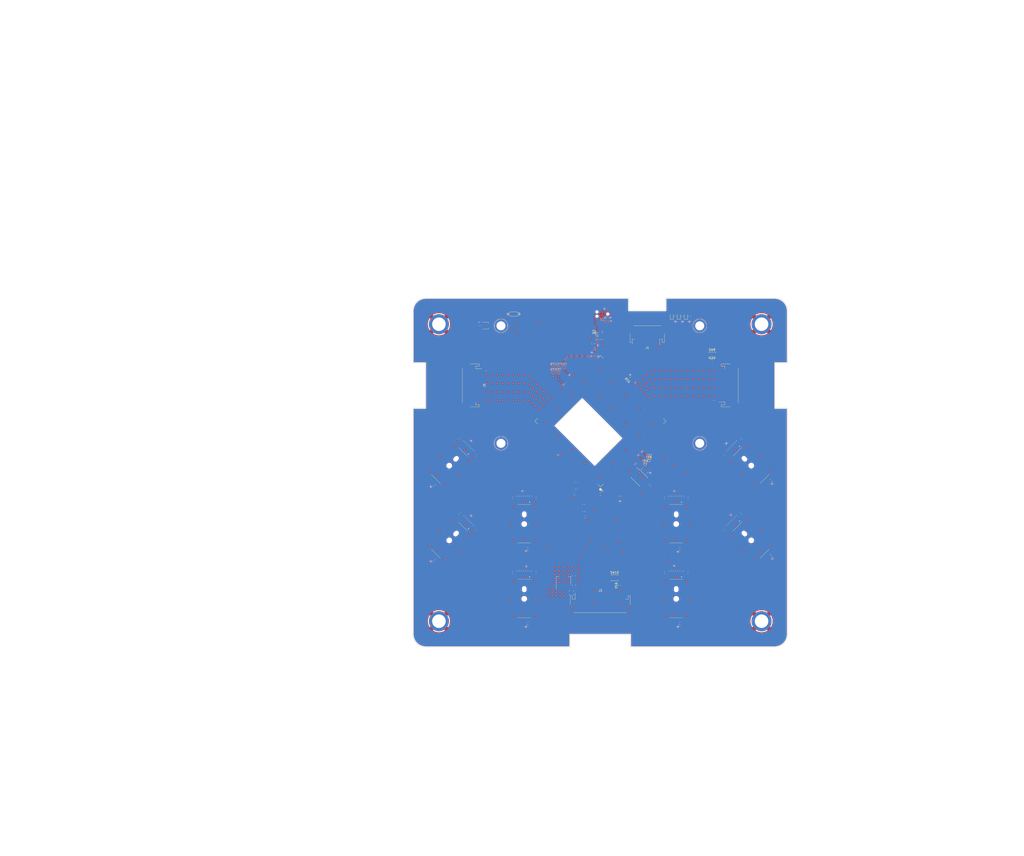
<source format=kicad_pcb>
(kicad_pcb (version 20221018) (generator pcbnew)
  (layers (0 "F.Cu" signal) (1 "In1.Cu" signal) (2 "In2.Cu" signal) (31 "B.Cu" signal) (34 "B.Paste" user) (35 "F.Paste" user) (36 "B.SilkS" user "B.Silkscreen") (37 "F.SilkS" user "F.Silkscreen") (38 "B.Mask" user) (39 "F.Mask" user) (44 "Edge.Cuts" user))
  (net 0 "")
  (net 1 "VDD")
  (net 2 "GND")
  (net 3 "+2V5")
  (net 4 "+3V3")
  (net 5 "Net-(DS2-V0)")
  (net 6 "/FPGA/lcd.rs")
  (net 10 "/FPGA/lcd.e")
  (net 11 "/FPGA/lcd.data0")
  (net 12 "/FPGA/lcd.data1")
  (net 13 "/FPGA/lcd.data2")
  (net 14 "/LCD/backlight_cathode")
  (net 15 "/FPGA/vol.quad")
  (net 16 "/FPGA/vol.sq")
  (net 17 "/FPGA/vol.zero")
  (net 18 "/FPGA/pitch.quad")
  (net 19 "/FPGA/pitch.sq")
  (net 20 "/FPGA/TMS")
  (net 21 "/FPGA/TDI")
  (net 22 "/FPGA/TCK")
  (net 23 "/FPGA/TDO")
  (net 24 "/FPGA/pitch.zero")
  (net 25 "/FPGA/tuner.oe")
  (net 26 "/FPGA/tuner.le")
  (net 27 "/FPGA/tuner.sda")
  (net 28 "/FPGA/tuner.scl")
  (net 29 "/FPGA/lcd.data3")
  (net 30 "uart_tx")
  (net 31 "uart_rx")
  (net 32 "midi_out")
  (net 33 "mute_led")
  (net 34 "Net-(Q2-B)")
  (net 35 "Net-(Q2-E)")
  (net 36 "Net-(U3-VDD1.2)")
  (net 37 "/FPGA/mem_spi.cs")
  (net 38 "midi_in")
  (net 39 "spdif_line")
  (net 40 "spdif_mon")
  (net 41 "acal_btn")
  (net 42 "mute_btn")
  (net 43 "/FPGA/mem_spi.do")
  (net 44 "Net-(U2-~{WP})")
  (net 45 "/FPGA/mem_spi.di")
  (net 46 "/FPGA/mem_spi.cl")
  (net 47 "Net-(U2-~{HOLD})")
  (net 48 "/spdif_tx_0")
  (net 49 "/spdif_tx_1")
  (net 50 "/FPGA/lcd.pwm")
  (net 51 "/encoder/B1")
  (net 52 "/encoder/A1")
  (net 53 "/encoder1/B1")
  (net 54 "/encoder1/A1")
  (net 55 "/encoder2/B1")
  (net 56 "/encoder2/A1")
  (net 57 "/encoder3/B1")
  (net 58 "/encoder3/A1")
  (net 59 "/encoder4/B1")
  (net 60 "/encoder4/A1")
  (net 61 "/encoder7/B1")
  (net 62 "/encoder7/A1")
  (net 63 "/encoder5/B1")
  (net 64 "/encoder5/A1")
  (net 65 "/encoder6/B1")
  (net 66 "/encoder6/A1")
  (net 68 "unconnected-(SW4-PadMP1)")
  (net 69 "unconnected-(SW4-PadMP2)")
  (net 70 "unconnected-(SW4-PadMP3)")
  (net 71 "unconnected-(SW4-PadMP4)")
  (net 72 "unconnected-(SW4-PadMP5)")
  (net 73 "unconnected-(SW4-PadMP6)")
  (net 74 "unconnected-(SW1-PadMP1)")
  (net 75 "unconnected-(SW1-PadMP2)")
  (net 76 "unconnected-(SW1-PadMP3)")
  (net 77 "unconnected-(SW1-PadMP4)")
  (net 78 "unconnected-(SW1-PadMP5)")
  (net 79 "unconnected-(SW1-PadMP6)")
  (net 80 "unconnected-(SW2-PadMP1)")
  (net 81 "unconnected-(SW2-PadMP2)")
  (net 82 "unconnected-(SW2-PadMP3)")
  (net 83 "unconnected-(SW2-PadMP4)")
  (net 84 "unconnected-(SW2-PadMP5)")
  (net 85 "unconnected-(SW2-PadMP6)")
  (net 86 "unconnected-(SW3-PadMP1)")
  (net 87 "unconnected-(SW3-PadMP2)")
  (net 88 "unconnected-(SW3-PadMP3)")
  (net 89 "unconnected-(SW3-PadMP4)")
  (net 90 "unconnected-(SW3-PadMP5)")
  (net 91 "unconnected-(SW3-PadMP6)")
  (net 92 "unconnected-(SW5-PadMP1)")
  (net 93 "unconnected-(SW5-PadMP2)")
  (net 94 "unconnected-(SW5-PadMP3)")
  (net 95 "unconnected-(SW5-PadMP4)")
  (net 96 "unconnected-(SW5-PadMP5)")
  (net 97 "unconnected-(SW5-PadMP6)")
  (net 98 "unconnected-(SW6-PadMP1)")
  (net 99 "unconnected-(SW6-PadMP2)")
  (net 100 "unconnected-(SW6-PadMP3)")
  (net 101 "unconnected-(SW6-PadMP4)")
  (net 102 "unconnected-(SW6-PadMP5)")
  (net 103 "unconnected-(SW6-PadMP6)")
  (net 104 "unconnected-(SW7-PadMP1)")
  (net 105 "unconnected-(SW7-PadMP2)")
  (net 106 "unconnected-(SW7-PadMP3)")
  (net 107 "unconnected-(SW7-PadMP4)")
  (net 108 "unconnected-(SW7-PadMP5)")
  (net 109 "unconnected-(SW7-PadMP6)")
  (net 110 "unconnected-(SW8-PadMP1)")
  (net 111 "unconnected-(SW8-PadMP2)")
  (net 112 "unconnected-(SW8-PadMP3)")
  (net 113 "unconnected-(SW8-PadMP4)")
  (net 114 "unconnected-(SW8-PadMP5)")
  (net 115 "unconnected-(SW8-PadMP6)")
  (net 117 "Net-(C19-Pad2)")
  (net 118 "Net-(C20-Pad2)")
  (net 119 "Net-(C21-Pad1)")
  (net 120 "/FPGA/~{reset}")
  (net 121 "/FPGA/led1")
  (net 122 "/FPGA/led2")
  (net 123 "/FPGA/led3")
  (net 125 "/FPGA/enc_8.s")
  (net 126 "/FPGA/enc_8.b")
  (net 127 "/FPGA/enc_8.a")
  (net 128 "/FPGA/enc_7.s")
  (net 129 "/FPGA/enc_7.b")
  (net 130 "/FPGA/enc_7.a")
  (net 131 "/FPGA/enc_6.s")
  (net 132 "/FPGA/enc_6.b")
  (net 133 "/FPGA/enc_6.a")
  (net 134 "/FPGA/enc_5.s")
  (net 149 "/FPGA/gpio_o3")
  (net 150 "/FPGA/enc_5.b")
  (net 151 "/FPGA/gpio_o2")
  (net 152 "/FPGA/gpio_i3")
  (net 153 "/FPGA/gpio_i2")
  (net 154 "/FPGA/enc_5.a")
  (net 165 "Net-(D1-A)")
  (net 166 "Net-(D2-A)")
  (net 167 "Net-(D3-A)")
  (net 170 "/FPGA/enc_1.a")
  (net 171 "/FPGA/enc_1.b")
  (net 172 "/FPGA/enc_1.s")
  (net 173 "/FPGA/enc_2.a")
  (net 174 "/FPGA/enc_2.b")
  (net 175 "/FPGA/enc_2.s")
  (net 176 "/FPGA/enc_3.a")
  (net 177 "/FPGA/enc_3.b")
  (net 178 "/FPGA/enc_3.s")
  (net 179 "/FPGA/enc_4.a")
  (net 190 "/FPGA/enc_4.b")
  (net 191 "/FPGA/enc_4.s")
  (net 192 "/LCD/VLCD")
  (net 197 "unconnected-(J3-MountPin2-PadMP2)")
  (net 198 "unconnected-(J3-MountPin-PadMP1)")
  (net 204 "Net-(R16-Pad2)")
  (footprint "Resistor_SMD:R_0603_1608Metric" (layer "F.Cu") (at -3.388404 -89.14444 -90)
    (fp_text reference "R7")
    (fp_text value "1k")
  )
  (footprint "Resistor_SMD:R_0603_1608Metric" (layer "F.Cu") (at 34.619001 -17.783323 -90)
    (fp_text reference "R38")
    (fp_text value "10k")
  )
  (footprint "TestPoint:TestPoint_Pad_D1.0mm" (layer "F.Cu") (at 21.008596 -32.75744)
    (fp_text reference "TP4")
    (fp_text value "GPIO_O3")
  )
  (footprint "d-lev:PEC11S-929K" (layer "F.Cu") (at 70.56 2.82 -135)
    (fp_text reference "SW7" hide)
    (fp_text value "RotaryEncoder_Switch" hide)
  )
  (footprint "d-lev:JST_PH_S12B-PH-SM4-TB_1x12-1MP_P2.00mm_Horizontal" (layer "F.Cu") (at 0 32.2)
    (fp_text reference "J3")
    (fp_text value "S12B-PH-SM4-TB")
  )
  (footprint "Resistor_SMD:R_0603_1608Metric" (layer "F.Cu") (at 9.144 -17.78 90)
    (fp_text reference "R14")
    (fp_text value "10k")
  )
  (footprint "Resistor_SMD:R_0603_1608Metric" (layer "F.Cu") (at -63.460436 -43.285715 -135)
    (fp_text reference "R40")
    (fp_text value "10k")
  )
  (footprint "Resistor_SMD:R_0603_1608Metric" (layer "F.Cu") (at -32.691 -17.783323 -90)
    (fp_text reference "R49")
    (fp_text value "10k")
  )
  (footprint "Resistor_SMD:R_0603_1608Metric" (layer "F.Cu") (at 37.249601 41.731)
    (fp_text reference "R60")
    (fp_text value "10k")
  )
  (footprint "Resistor_SMD:R_0603_1608Metric" (layer "F.Cu") (at 37.249601 6.731)
    (fp_text reference "R62")
    (fp_text value "10k")
  )
  (footprint "d-lev:PEC11S-929K" (layer "F.Cu") (at -70.56 2.82 135)
    (fp_text reference "SW1" hide)
    (fp_text value "RotaryEncoder_Switch" hide)
  )
  (footprint "Resistor_SMD:R_0603_1608Metric" (layer "F.Cu") (at -38.406 17.216677 -90)
    (fp_text reference "R42")
    (fp_text value "10k")
  )
  (footprint "Capacitor_SMD:C_0603_1608Metric" (layer "F.Cu") (at -11.2 -24.2 -90)
    (fp_text reference "C20")
    (fp_text value ".01u")
  )
  (footprint "Resistor_SMD:R_0603_1608Metric" (layer "F.Cu") (at -38.406 -17.783323 -90)
    (fp_text reference "R41")
    (fp_text value "10k")
  )
  (footprint "d-lev:SMTSO-M4" (layer "F.Cu") (at 75.5 -98.25)
    (fp_text reference "H3" hide)
    (fp_text value "MountingHole_Pad")
  )
  (footprint "LED_SMD:LED_0603_1608Metric" (layer "F.Cu") (at 36.8165 -101.981 90)
    (fp_text reference "D2")
    (fp_text value "LED")
  )
  (footprint "Resistor_SMD:R_0603_1608Metric" (layer "F.Cu") (at -36.501 17.216677 -90)
    (fp_text reference "R34")
    (fp_text value "10k")
  )
  (footprint "Capacitor_SMD:C_0603_1608Metric" (layer "F.Cu") (at -58.112135 -36.817205 -45)
    (fp_text reference "C4")
    (fp_text value ".01u")
  )
  (footprint "Resistor_SMD:R_0603_1608Metric" (layer "F.Cu") (at -62.100174 -6.9706 -135)
    (fp_text reference "R31")
    (fp_text value "10k")
  )
  (footprint "Potentiometer_SMD:Potentiometer_Bourns_TC33X_Vertical" (layer "F.Cu") (at -54.2 -97.6)
    (fp_text reference "RV1")
    (fp_text value "10K")
  )
  (footprint "Capacitor_SMD:C_0603_1608Metric" (layer "F.Cu") (at 30.095 -16.991216 180)
    (fp_text reference "C15")
    (fp_text value ".01u")
  )
  (footprint "d-lev:SMTSO-M3" (layer "F.Cu") (at -46.45 -97.5)
    (fp_text reference "H6" hide)
    (fp_text value "M3 Standoff")
  )
  (footprint "TestPoint:TestPoint_Pad_D1.0mm" (layer "F.Cu") (at 22.786596 -34.53544)
    (fp_text reference "TP6")
    (fp_text value "GPIO_I3")
  )
  (footprint "Resistor_SMD:R_0603_1608Metric" (layer "F.Cu") (at -32.691 17.216677 -90)
    (fp_text reference "R50")
    (fp_text value "10k")
  )
  (footprint "Resistor_SMD:R_0603_1608Metric" (layer "F.Cu") (at 60.7694 -40.639826 -45)
    (fp_text reference "R35")
    (fp_text value "10k")
  )
  (footprint "Resistor_SMD:R_0603_1608Metric" (layer "F.Cu") (at -60.753136 -5.623562 -135)
    (fp_text reference "R4")
    (fp_text value "10k")
  )
  (footprint "Capacitor_SMD:C_0603_1608Metric" (layer "F.Cu") (at -65.872453 -44.577523 135)
    (fp_text reference "C3")
    (fp_text value ".01u")
  )
  (footprint "Capacitor_SMD:C_0603_1608Metric" (layer "F.Cu") (at 65.890871 -9.641088 45)
    (fp_text reference "C14")
    (fp_text value ".01u")
  )
  (footprint "Capacitor_SMD:C_0603_1608Metric" (layer "F.Cu") (at -7.760876 -13.839124 -90)
    (fp_text reference "C19")
    (fp_text value ".01u")
  )
  (footprint "Resistor_SMD:R_0603_1608Metric" (layer "F.Cu") (at -77.574303 12.223759 -45)
    (fp_text reference "R55")
    (fp_text value "10k")
  )
  (footprint "Resistor_SMD:R_0603_1608Metric" (layer "F.Cu") (at 63.463476 -43.333902 -45)
    (fp_text reference "R51")
    (fp_text value "10k")
  )
  (footprint "Resistor_SMD:R_0603_1608Metric" (layer "F.Cu") (at 62.116438 -41.986864 -45)
    (fp_text reference "R27")
    (fp_text value "10k")
  )
  (footprint "Resistor_SMD:R_0603_1608Metric" (layer "F.Cu") (at -62.113397 -41.938676 -135)
    (fp_text reference "R32")
    (fp_text value "10k")
  )
  (footprint "Resistor_SMD:R_0603_1608Metric" (layer "F.Cu") (at 13.731196 -73.01544 135)
    (fp_text reference "R15")
    (fp_text value "10k")
  )
  (footprint "Resistor_SMD:R_0603_1608Metric" (layer "F.Cu") (at 32.714 -17.783323 -90)
    (fp_text reference "R46")
    (fp_text value "10k")
  )
  (footprint "Resistor_SMD:R_0603_1608Metric" (layer "F.Cu") (at -2.601004 -86.73144)
    (fp_text reference "R8")
    (fp_text value "1k")
  )
  (footprint "Resistor_SMD:R_0603_1608Metric" (layer "F.Cu") (at 36.524 -17.783323 -90)
    (fp_text reference "R30")
    (fp_text value "10k")
  )
  (footprint "Button_Switch_SMD:SW_SPST_B3U-1000P" (layer "F.Cu") (at 6.722595 20.45656)
    (fp_text reference "SW10")
    (fp_text value "SW_Push")
  )
  (footprint "Resistor_SMD:R_0603_1608Metric" (layer "F.Cu") (at -7.760876 -10.639125 -90)
    (fp_text reference "R10")
    (fp_text value "470")
  )
  (footprint "d-lev:PEC11S-929K" (layer "F.Cu") (at 70.56 -32.18 -135)
    (fp_text reference "SW5" hide)
    (fp_text value "RotaryEncoder_Switch" hide)
  )
  (footprint "Capacitor_SMD:C_0603_1608Metric" (layer "F.Cu") (at -58.098912 -1.849129 -45)
    (fp_text reference "C2")
    (fp_text value ".01u")
  )
  (footprint "Resistor_SMD:R_0603_1608Metric" (layer "F.Cu") (at 8.930596 24.01256 90)
    (fp_text reference "R16")
    (fp_text value "1k")
  )
  (footprint "Resistor_SMD:R_0603_1608Metric" (layer "F.Cu") (at -59.419321 -39.2446 -135)
    (fp_text reference "R48")
    (fp_text value "10k")
  )
  (footprint "d-lev:SMTSO-M3" (layer "F.Cu") (at 46.55 -42.5)
    (fp_text reference "H8" hide)
    (fp_text value "M3 Standoff")
  )
  (footprint "Package_SO:SOIC-8_5.275x5.275mm_P1.27mm" (layer "F.Cu") (at 18.3 -26.45 -45)
    (fp_text reference "U2")
    (fp_text value "25LCxxx")
  )
  (footprint "d-lev:JST_PH_S8B-PH-SM4-TB_1x08-1MP_P2.00mm_Horizontal" (layer "F.Cu") (at 60 -69.6 90)
    (fp_text reference "J4")
    (fp_text value "S8B-PH-SM4-TB")
  )
  (footprint "Capacitor_SMD:C_0603_1608Metric" (layer "F.Cu") (at -41.025 18.008784 180)
    (fp_text reference "C7")
    (fp_text value ".01u")
  )
  (footprint "d-lev:PEC11S-929K" (layer "F.Cu") (at -35.56 30.121677 180)
    (fp_text reference "SW4" hide)
    (fp_text value "RotaryEncoder_Switch" hide)
  )
  (footprint "Resistor_SMD:R_0603_1608Metric" (layer "F.Cu") (at 35.1655 -102 -90)
    (fp_text reference "R68")
    (fp_text value "1k")
  )
  (footprint "Resistor_SMD:R_0603_1608Metric" (layer "F.Cu") (at 60.7694 -5.639826 -45)
    (fp_text reference "R37")
    (fp_text value "10k")
  )
  (footprint "Resistor_SMD:R_0603_1608Metric" (layer "F.Cu") (at 23.333363 -22.833363 45)
    (fp_text reference "R3")
    (fp_text value "10k")
  )
  (footprint "Resistor_SMD:R_0603_1608Metric" (layer "F.Cu") (at 59.422361 -39.292787 -45)
    (fp_text reference "R43")
    (fp_text value "10k")
  )
  (footprint "Resistor_SMD:R_0603_1608Metric" (layer "F.Cu") (at -60.766359 -40.591638 -135)
    (fp_text reference "R13")
    (fp_text value "10k")
  )
  (footprint "Resistor_SMD:R_0603_1608Metric" (layer "F.Cu") (at 19.625 -30.675 -45)
    (fp_text reference "R1")
    (fp_text value "10k")
  )
  (footprint "Resistor_SMD:R_0603_1608Metric" (layer "F.Cu") (at 0.446996 -91.07484 90)
    (fp_text reference "R6")
    (fp_text value "22")
  )
  (footprint "Resistor_SMD:R_0603_1608Metric" (layer "F.Cu") (at -34.596 17.216677 -90)
    (fp_text reference "R26")
    (fp_text value "10k")
  )
  (footprint "Capacitor_SMD:C_0603_1608Metric" (layer "F.Cu") (at -30.050253 18.008784)
    (fp_text reference "C8")
    (fp_text value ".01u")
  )
  (footprint "Resistor_SMD:R_0603_1608Metric" (layer "F.Cu") (at 38.4675 -101.981 -90)
    (fp_text reference "R67")
    (fp_text value "1k")
  )
  (footprint "Resistor_SMD:R_0603_1608Metric" (layer "F.Cu") (at 79.963759 9.834303 45)
    (fp_text reference "R61")
    (fp_text value "10k")
  )
  (footprint "Jumper:SolderJumper-3_P1.3mm_Bridged2Bar12_RoundedPad1.0x1.5mm_NumberLabels" (layer "F.Cu") (at -40.5 -103)
    (fp_text reference "JP1")
    (fp_text value "LCD_VSEL")
  )
  (footprint "Resistor_SMD:R_0603_1608Metric" (layer "F.Cu") (at 0.063 -18.796 180)
    (fp_text reference "R17")
    (fp_text value "10k")
  )
  (footprint "Capacitor_SMD:C_0603_1608Metric" (layer "F.Cu") (at -65.85923 -9.609447 135)
    (fp_text reference "C1")
    (fp_text value ".01u")
  )
  (footprint "Resistor_SMD:R_0603_1608Metric" (layer "F.Cu") (at -6.957792 -8.039124 180)
    (fp_text reference "R12")
    (fp_text value "470")
  )
  (footprint "Capacitor_SMD:C_0603_1608Metric" (layer "F.Cu") (at 58.130553 -36.88077 -135)
    (fp_text reference "C9")
    (fp_text value ".01u")
  )
  (footprint "Resistor_SMD:R_0603_1608Metric" (layer "F.Cu") (at 34.619001 17.216677 -90)
    (fp_text reference "R36")
    (fp_text value "10k")
  )
  (footprint "d-lev:ERM2004-2" (layer "F.Cu") (at 0 -70)
    (fp_text reference "DS2")
    (fp_text value "LCD-20X4B-noshield")
  )
  (footprint "Resistor_SMD:R_0603_1608Metric" (layer "F.Cu") (at 63.463476 -8.333902 -45)
    (fp_text reference "R53")
    (fp_text value "10k")
  )
  (footprint "Package_TO_SOT_SMD:SOT-223-3_TabPin2" (layer "F.Cu") (at -17.15 21.75 90)
    (fp_text reference "U4")
    (fp_text value "AMS1117-3.3")
  )
  (footprint "Capacitor_SMD:C_0603_1608Metric" (layer "F.Cu") (at 41.069747 -16.991216)
    (fp_text reference "C16")
    (fp_text value ".01u")
  )
  (footprint "Capacitor_SMD:C_0603_1608Metric" (layer "F.Cu") (at 41.069747 18.008784)
    (fp_text reference "C12")
    (fp_text value ".01u")
  )
  (footprint "Package_TO_SOT_SMD:SOT-23" (layer "F.Cu") (at -0.518204 -94.709339 90)
    (fp_text reference "Q2")
    (fp_text value "MMBT3904")
  )
  (footprint "Resistor_SMD:R_0603_1608Metric" (layer "F.Cu") (at 62.116438 -6.986864 -45)
    (fp_text reference "R29")
    (fp_text value "10k")
  )
  (footprint "Resistor_SMD:R_0603_1608Metric" (layer "F.Cu") (at -59.406098 -4.276524 -135)
    (fp_text reference "R47")
    (fp_text value "10k")
  )
  (footprint "d-lev:PEC11S-929K" (layer "F.Cu") (at -70.573223 -32.148076 135)
    (fp_text reference "SW2" hide)
    (fp_text value "RotaryEncoder_Switch" hide)
  )
  (footprint "d-lev:PEC11S-929K" (layer "F.Cu") (at 35.56 30.121677 180)
    (fp_text reference "SW6" hide)
    (fp_text value "RotaryEncoder_Switch" hide)
  )
  (footprint "Capacitor_SMD:C_0603_1608Metric" (layer "F.Cu") (at 30.095 18.008784 180)
    (fp_text reference "C11")
    (fp_text value ".01u")
  )
  (footprint "Resistor_SMD:R_0603_1608Metric" (layer "F.Cu") (at -63.447213 -8.317639 -135)
    (fp_text reference "R39")
    (fp_text value "10k")
  )
  (footprint "Capacitor_SMD:C_0603_1608Metric" (layer "F.Cu") (at 65.890871 -44.641088 45)
    (fp_text reference "C10")
    (fp_text value ".01u")
  )
  (footprint "d-lev:SMTSO-M4" (layer "F.Cu") (at 75.5 40.75)
    (fp_text reference "H1" hide)
    (fp_text value "MountingHole_Pad")
  )
  (footprint "Resistor_SMD:R_0603_1608Metric" (layer "F.Cu") (at -33.8704 6.731)
    (fp_text reference "R57")
    (fp_text value "10k")
  )
  (footprint "Resistor_SMD:R_0603_1608Metric" (layer "F.Cu") (at 32.714 17.216677 -90)
    (fp_text reference "R44")
    (fp_text value "10k")
  )
  (footprint "Resistor_SMD:R_0603_1608Metric" (layer "F.Cu") (at -11.2 -21 -90)
    (fp_text reference "R9")
    (fp_text value "470")
  )
  (footprint "Resistor_SMD:R_0603_1608Metric" (layer "F.Cu") (at 79.963759 -25.165697 45)
    (fp_text reference "R59")
    (fp_text value "10k")
  )
  (footprint "Capacitor_SMD:C_0603_1608Metric" (layer "F.Cu") (at -0.975404 -88.35704)
    (fp_text reference "C21")
    (fp_text value ".1u")
  )
  (footprint "Capacitor_SMD:C_0805_2012Metric_Pad1.18x1.45mm_HandSolder" (layer "F.Cu") (at -12.25 19.5 -90)
    (fp_text reference "C17")
    (fp_text value "22u")
  )
  (footprint "Button_Switch_SMD:SW_SPST_B3U-1000P" (layer "F.Cu") (at 52.340995 -83.81044)
    (fp_text reference "SW9")
    (fp_text value "SW_Push")
  )
  (footprint "Capacitor_SMD:C_0603_1608Metric" (layer "F.Cu") (at 52.351596 -81.01644)
    (fp_text reference "C22")
    (fp_text value ".01u")
  )
  (footprint "Resistor_SMD:R_0603_1608Metric" (layer "F.Cu") (at 41.7695 -101.981 -90)
    (fp_text reference "R66")
    (fp_text value "1k")
  )
  (footprint "d-lev:JST_PH_S6B-PH-SM4-TB_1x06-1MP_P2.00mm_Horizontal" (layer "F.Cu") (at 22 -93 180)
    (fp_text reference "J1")
    (fp_text value "S6B-PH-SM4-TB")
  )
  (footprint "Capacitor_SMD:C_0603_1608Metric" (layer "F.Cu") (at -30.050253 -16.991216)
    (fp_text reference "C6")
    (fp_text value ".01u")
  )
  (footprint "LED_SMD:LED_0603_1608Metric" (layer "F.Cu") (at 33.5135 -102 90)
    (fp_text reference "D3")
    (fp_text value "LED")
  )
  (footprint "Resistor_SMD:R_0603_1608Metric" (layer "F.Cu") (at -36.501 -17.783323 -90)
    (fp_text reference "R33")
    (fp_text value "10k")
  )
  (footprint "Capacitor_SMD:C_0603_1608Metric" (layer "F.Cu") (at 58.130553 -1.88077 -135)
    (fp_text reference "C13")
    (fp_text value ".01u")
  )
  (footprint "d-lev:PEC11S-929K" (layer "F.Cu") (at -35.56 -4.878323 180)
    (fp_text reference "SW3" hide)
    (fp_text value "RotaryEncoder_Switch" hide)
  )
  (footprint "d-lev:SMTSO-M3" (layer "F.Cu") (at 46.55 -97.5)
    (fp_text reference "H5" hide)
    (fp_text value "M3 Standoff")
  )
  (footprint "d-lev:SMTSO-M4" (layer "F.Cu") (at -75.5 -98.25)
    (fp_text reference "H4" hide)
    (fp_text value "MountingHole_Pad")
  )
  (footprint "Resistor_SMD:R_0603_1608Metric" (layer "F.Cu") (at 38.428999 -17.783323 -90)
    (fp_text reference "R54")
    (fp_text value "10k")
  )
  (footprint "Capacitor_SMD:C_0603_1608Metric" (layer "F.Cu") (at -41.025 -16.991216 180)
    (fp_text reference "C5")
    (fp_text value ".01u")
  )
  (footprint "LED_SMD:LED_0603_1608Metric" (layer "F.Cu") (at 40.1185 -101.981 90)
    (fp_text reference "D1")
    (fp_text value "LED")
  )
  (footprint "Resistor_SMD:R_0603_1608Metric" (layer "F.Cu") (at -12.025 -18.4)
    (fp_text reference "R11")
    (fp_text value "470")
  )
  (footprint "d-lev:ac608-toponly" (layer "F.Cu") (at -30.641228 -52.856355 -45)
    (fp_text reference "U3")
    (fp_text value "AC608" hide)
    (fp_rect (start 34.344 -5.311) (end 8.309 -23.091) (stroke (width 0.12)) (fill none) (layer "Edge.Cuts"))
  )
  (footprint "Resistor_SMD:R_0603_1608Metric" (layer "F.Cu") (at 36.524 17.216677 -90)
    (fp_text reference "R28")
    (fp_text value "10k")
  )
  (footprint "Resistor_SMD:R_0603_1608Metric" (layer "F.Cu") (at -77.587526 -22.744317 -45)
    (fp_text reference "R56")
    (fp_text value "10k")
  )
  (footprint "Resistor_SMD:R_0603_1608Metric" (layer "F.Cu") (at -33.8704 41.731)
    (fp_text reference "R58")
    (fp_text value "10k")
  )
  (footprint "d-lev:SMTSO-M4" (layer "F.Cu") (at -75.5 40.75)
    (fp_text reference "H2" hide)
    (fp_text value "MountingHole_Pad")
  )
  (footprint "d-lev:PEC11S-929K" (layer "F.Cu") (at 35.56 -4.878323 180)
    (fp_text reference "SW8" hide)
    (fp_text value "RotaryEncoder_Switch" hide)
  )
  (footprint "Resistor_SMD:R_0603_1608Metric" (layer "F.Cu") (at -34.596 -17.783323 -90)
    (fp_text reference "R25")
    (fp_text value "10k")
  )
  (footprint "Resistor_SMD:R_0603_1608Metric" (layer "F.Cu") (at 21.825 -28.425 -45)
    (fp_text reference "R2")
    (fp_text value "10k")
  )
  (footprint "Resistor_SMD:R_0603_1608Metric" (layer "F.Cu") (at 59.422361 -4.292787 -45)
    (fp_text reference "R45")
    (fp_text value "10k")
  )
  (footprint "Resistor_SMD:R_0603_1608Metric" (layer "F.Cu") (at -1.458004 -91.04944 90)
    (fp_text reference "R5")
    (fp_text value "1k")
  )
  (footprint "d-lev:SMTSO-M3" (layer "F.Cu") (at -46.45 -42.5)
    (fp_text reference "H7" hide)
    (fp_text value "M3 Standoff")
  )
  (footprint "Capacitor_SMD:C_0805_2012Metric_Pad1.18x1.45mm_HandSolder" (layer "F.Cu") (at -12.25 23.9 90)
    (fp_text reference "C18")
    (fp_text value "22u")
  )
  (footprint "d-lev:JST_PH_S8B-PH-SM4-TB_1x08-1MP_P2.00mm_Horizontal" (layer "F.Cu") (at -60 -69.6 -90)
    (fp_text reference "J5")
    (fp_text value "S8B-PH-SM4-TB")
  )
  (footprint "Resistor_SMD:R_0603_1608Metric" (layer "F.Cu") (at 38.428999 17.216677 -90)
    (fp_text reference "R52")
    (fp_text value "10k")
  )
  (footprint "TestPoint:TestPoint_Pad_D1.0mm" (layer "B.Cu") (at -19.517404 -78.09544 180)
    (fp_text reference "TP1")
    (fp_text value "2v5")
  )
  (footprint "TestPoint:TestPoint_Pad_D1.0mm" (layer "B.Cu") (at -22.057404 -78.09544 180)
    (fp_text reference "TP8")
    (fp_text value "VDD")
  )
  (footprint "Connector:Tag-Connect_TC2030-IDC-NL_2x03_P1.27mm_Vertical" (layer "B.Cu") (at 1 -103 180)
    (fp_text reference "J2")
    (fp_text value "Tag-Connect TC2030-NL")
  )
  (footprint "TestPoint:TestPoint_Pad_D1.0mm" (layer "B.Cu") (at 21.122596 -33.64544 180)
    (fp_text reference "TP5" hide)
    (fp_text value "GPIO_O2")
  )
  (footprint "TestPoint:TestPoint_Pad_D1.0mm" (layer "B.Cu") (at -22.057404 -75.55544 180)
    (fp_text reference "TP9")
    (fp_text value "GND")
  )
  (footprint "TestPoint:TestPoint_Pad_D1.0mm" (layer "B.Cu") (at -16.977404 -78.09544 180)
    (fp_text reference "TP2")
    (fp_text value "1v2")
  )
  (footprint "TestPoint:TestPoint_Pad_D1.0mm" (layer "B.Cu") (at 22.900596 -35.42344 180)
    (fp_text reference "TP7")
    (fp_text value "GPIO_I2")
  )
  (footprint "TestPoint:TestPoint_Pad_D1.0mm" (layer "B.Cu") (at -19.517404 -75.55544 180)
    (fp_text reference "TP3")
    (fp_text value "3v3")
  )
  (gr_line (start -87.666066 -59) (end -81.826066 -58.999999) (stroke (width 0.2)) (layer "Edge.Cuts"))
  (gr_arc (start 87.666066 46.842132) (mid 85.908693 51.08474) (end 81.666066 52.842132) (stroke (width 0.2)) (layer "Edge.Cuts"))
  (gr_line (start 81.826066 -58.999999) (end 87.666066 -59) (stroke (width 0.2)) (layer "Edge.Cuts"))
  (gr_line (start 13.4 -104.65) (end 30.6 -104.65) (stroke (width 0.2)) (layer "Edge.Cuts"))
  (gr_line (start 87.666066 -59) (end 87.666066 46.842132) (stroke (width 0.2)) (layer "Edge.Cuts"))
  (gr_line (start 87.666066 -80.1) (end 81.826066 -80.100001) (stroke (width 0.2)) (layer "Edge.Cuts"))
  (gr_line (start 30.6 -104.65) (end 30.599999 -110.49) (stroke (width 0.2)) (layer "Edge.Cuts"))
  (gr_line (start 13.400001 -110.49) (end 13.4 -104.65) (stroke (width 0.2)) (layer "Edge.Cuts"))
  (gr_line (start 81.666066 52.842132) (end 14.1 52.842132) (stroke (width 0.2)) (layer "Edge.Cuts"))
  (gr_line (start -14.1 47) (end -14.1 52.84) (stroke (width 0.2)) (layer "Edge.Cuts"))
  (gr_line (start -87.666066 -80.1) (end -87.666066 -104.49) (stroke (width 0.2)) (layer "Edge.Cuts"))
  (gr_arc (start -87.666066 -104.49) (mid -85.908707 -108.732641) (end -81.666066 -110.49) (stroke (width 0.2)) (layer "Edge.Cuts"))
  (gr_line (start 14.1 47) (end -14.1 47) (stroke (width 0.2)) (layer "Edge.Cuts"))
  (gr_line (start -81.666066 -110.49) (end 13.4 -110.49) (stroke (width 0.2)) (layer "Edge.Cuts"))
  (gr_line (start 30.6 -110.49) (end 81.666066 -110.49) (stroke (width 0.2)) (layer "Edge.Cuts"))
  (gr_line (start -87.666066 46.842132) (end -87.666066 -59) (stroke (width 0.2)) (layer "Edge.Cuts"))
  (gr_line (start -81.826066 -80.100001) (end -87.666066 -80.1) (stroke (width 0.2)) (layer "Edge.Cuts"))
  (gr_line (start -14.1 52.842132) (end -81.666066 52.842132) (stroke (width 0.2)) (layer "Edge.Cuts"))
  (gr_line (start 81.826066 -80.100001) (end 81.826066 -59) (stroke (width 0.2)) (layer "Edge.Cuts"))
  (gr_line (start 87.666066 -104.49) (end 87.666066 -80.1) (stroke (width 0.2)) (layer "Edge.Cuts"))
  (gr_arc (start -81.666066 52.842132) (mid -85.908707 51.084773) (end -87.666066 46.842132) (stroke (width 0.2)) (layer "Edge.Cuts"))
  (gr_line (start 14.1 52.84) (end 14.1 47) (stroke (width 0.2)) (layer "Edge.Cuts"))
  (gr_arc (start 81.666066 -110.49) (mid 85.908707 -108.732641) (end 87.666066 -104.49) (stroke (width 0.2)) (layer "Edge.Cuts"))
  (gr_line (start -81.826066 -59) (end -81.826066 -80.100001) (stroke (width 0.2)) (layer "Edge.Cuts"))
  (segment (start -3.419 -95.8098) (end -3.419 -93.924836) (width 0.8) (layer "F.Cu") (net 1))
  (segment (start 17 -90.15) (end 15.854356 -90.15) (width 0.8) (layer "F.Cu") (net 1))
  (segment (start 57.15 -62.6) (end 53.204236 -62.6) (width 0.8) (layer "F.Cu") (net 1))
  (segment (start -57.15 -76.6) (end -53.505764 -76.6) (width 0.8) (layer "F.Cu") (net 1))
  (segment (start -53.505764 -76.6) (end -53.502604 -76.59684) (width 0.8) (layer "F.Cu") (net 1))
  (segment (start -3.419 -93.924836) (end -3.413804 -93.91964) (width 0.8) (layer "F.Cu") (net 1))
  (segment (start 15.854356 -90.15) (end 15.128196 -89.42384) (width 0.8) (layer "F.Cu") (net 1))
  (segment (start -14.85 24.9) (end -12.2875 24.9) (width 1) (layer "F.Cu") (net 1))
  (segment (start -11 26.1875) (end -12.25 24.9375) (width 1) (layer "F.Cu") (net 1))
  (segment (start -11 29.35) (end -11 26.1875) (width 1) (layer "F.Cu") (net 1))
  (segment (start -39.2 -103) (end -37.538564 -103) (width 0.8) (layer "F.Cu") (net 1))
  (segment (start -12.2875 24.9) (end -12.25 24.9375) (width 1) (layer "F.Cu") (net 1))
  (segment (start -37.538564 -103) (end -37.526004 -102.98744) (width 0.8) (layer "F.Cu") (net 1))
  (segment (start 53.204236 -62.6) (end 53.202796 -62.60144) (width 0.8) (layer "F.Cu") (net 1))
  (via (at -53.502604 -76.59684) (size 0.6) (drill 0.3) (layers "F.Cu" "B.Cu") (net 1))
  (via (at 53.202796 -62.60144) (size 0.6) (drill 0.3) (layers "F.Cu" "B.Cu") (net 1))
  (via (at 15.128196 -89.42384) (size 0.6) (drill 0.3) (layers "F.Cu" "B.Cu") (net 1))
  (via (at -14.421404 28.35856) (size 0.6) (drill 0.3) (layers "F.Cu" "B.Cu") (net 1))
  (via (at -37.526004 -102.98744) (size 0.6) (drill 0.3) (layers "F.Cu" "B.Cu") (net 1))
  (via (at -14.421404 26.58056) (size 0.6) (drill 0.3) (layers "F.Cu" "B.Cu") (net 1))
  (via (at -3.413804 -93.91964) (size 0.6) (drill 0.3) (layers "F.Cu" "B.Cu") (net 1))
  (via (at -12.413404 28.35856) (size 0.6) (drill 0.3) (layers "F.Cu" "B.Cu") (net 1))
  (via (at -12.413404 26.58056) (size 0.6) (drill 0.3) (layers "F.Cu" "B.Cu") (net 1))
  (segment (start -65.51741 -37.203889) (end -64.704004 -36.390483) (width 0.4) (layer "F.Cu") (net 2))
  (segment (start 8.981396 29.35) (end 8.981396 32.031556) (width 0.4) (layer "F.Cu") (net 2))
  (segment (start -3.007404 29.29576) (end -3.007404 26.614205) (width 0.4) (layer "F.Cu") (net 2))
  (segment (start 8.981396 32.031556) (end 8.973992 32.03896) (width 0.4) (layer "F.Cu") (net 2))
  (segment (start -12.25 22.8625) (end -12.25 20.5375) (width 0.8) (layer "F.Cu") (net 2))
  (segment (start -65.504187 -2.235813) (end -64.681214 -1.41284) (width 0.4) (layer "F.Cu") (net 2))
  (segment (start 8.973992 26.614205) (end 8.981396 26.606801) (width 0.4) (layer "F.Cu") (net 2))
  (segment (start -65.504187 -2.235813) (end -66.304204 -3.03583) (width 0.4) (layer "F.Cu") (net 2))
  (segment (start -3 29.35) (end -3 32.031556) (width 0.4) (layer "F.Cu") (net 2))
  (segment (start 64.658196 -1.389822) (end 64.658196 -1.38744) (width 0.4) (layer "F.Cu") (net 2))
  (segment (start 8.973992 29.29576) (end 8.973992 26.614205) (width 0.4) (layer "F.Cu") (net 2))
  (segment (start -66.304204 -3.03583) (end -66.304204 -3.03844) (width 0.4) (layer "F.Cu") (net 2))
  (segment (start -65.51741 -37.203889) (end -66.353161 -38.03964) (width 0.4) (layer "F.Cu") (net 2))
  (segment (start 65.504187 -37.235813) (end 66.384214 -38.11584) (width 0.4) (layer "F.Cu") (net 2))
  (segment (start -3 32.031556) (end -3.007404 32.03896) (width 0.4) (layer "F.Cu") (net 2))
  (segment (start 65.504187 -37.235813) (end 64.658196 -36.389822) (width 0.4) (layer "F.Cu") (net 2))
  (segment (start -3.007404 26.614205) (end -3 26.606801) (width 0.4) (layer "F.Cu") (net 2))
  (segment (start 66.256014 -2.98764) (end 66.283796 -2.98764) (width 0.4) (layer "F.Cu") (net 2))
  (segment (start -64.704004 -36.390483) (end -64.704004 -36.38864) (width 0.4) (layer "F.Cu") (net 2))
  (segment (start 65.504187 -2.235813) (end 66.256014 -2.98764) (width 0.4) (layer "F.Cu") (net 2))
  (segment (start 65.504187 -2.235813) (end 64.658196 -1.389822) (width 0.4) (layer "F.Cu") (net 2))
  (via (at 18.455596 -28.84484) (size 0.6) (drill 0.3) (layers "F.Cu" "B.Cu") (net 2))
  (via (at 45.7892 -76.581) (size 0.6) (drill 0.3) (layers "F.Cu" "B.Cu") (net 2))
  (via (at 28.146616 -72.5932) (size 0.6) (drill 0.3) (layers "F.Cu" "B.Cu") (net 2))
  (via (at 40.7892 -76.581) (size 0.6) (drill 0.3) (layers "F.Cu" "B.Cu") (net 2))
  (via (at 34.965596 37.22056) (size 0.6) (drill 0.3) (layers "F.Cu" "B.Cu") (net 2))
  (via (at 8.549596 3.87036) (size 0.6) (drill 0.3) (layers "F.Cu" "B.Cu") (net 2))
  (via (at 53.2892 -64.5668) (size 0.6) (drill 0.3) (layers "F.Cu" "B.Cu") (net 2))
  (via (at 30.646616 -64.5668) (size 0.6) (drill 0.3) (layers "F.Cu" "B.Cu") (net 2))
  (via (at 18.328596 -58.53744) (size 0.6) (drill 0.3) (layers "F.Cu" "B.Cu") (net 2))
  (via (at 40.7892 -68.58) (size 0.6) (drill 0.3) (layers "F.Cu" "B.Cu") (net 2))
  (via (at 45.7892 -72.5932) (size 0.6) (drill 0.3) (layers "F.Cu" "B.Cu") (net 2))
  (via (at -20.613404 27.18756) (size 0.6) (drill 0.3) (layers "F.Cu" "B.Cu") (net 2))
  (via (at -10.144804 18.55156) (size 0.6) (drill 0.3) (layers "F.Cu" "B.Cu") (net 2))
  (via (at 53.2892 -68.58) (size 0.6) (drill 0.3) (layers "F.Cu" "B.Cu") (net 2))
  (via (at -4.709204 -91.55744) (size 0.6) (drill 0.3) (layers "F.Cu" "B.Cu") (net 2))
  (via (at 38.146616 -76.581) (size 0.6) (drill 0.3) (layers "F.Cu" "B.Cu") (net 2))
  (via (at 21.844 -70.8406) (size 0.6) (drill 0.3) (layers "F.Cu" "B.Cu") (net 2))
  (via (at 19.700196 -25.94924) (size 0.6) (drill 0.3) (layers "F.Cu" "B.Cu") (net 2))
  (via (at 25.646616 -64.5668) (size 0.6) (drill 0.3) (layers "F.Cu" "B.Cu") (net 2))
  (via (at -2.677204 -11.24264) (size 0.6) (drill 0.3) (layers "F.Cu" "B.Cu") (net 2))
  (via (at -7.071404 -71.23744) (size 0.6) (drill 0.3) (layers "F.Cu" "B.Cu") (net 2))
  (via (at -28.8 -58.2) (size 0.6) (drill 0.3) (layers "F.Cu" "B.Cu") (net 2))
  (via (at -63.4 -39.2) (size 0.6) (drill 0.3) (layers "F.Cu" "B.Cu") (net 2))
  (via (at -48.2 -62.6) (size 0.6) (drill 0.3) (layers "F.Cu" "B.Cu") (net 2))
  (via (at -7.071404 -33.13744) (size 0.6) (drill 0.3) (layers "F.Cu" "B.Cu") (net 2))
  (via (at 45.7892 -68.58) (size 0.6) (drill 0.3) (layers "F.Cu" "B.Cu") (net 2))
  (via (at -53.2 -62.6) (size 0.6) (drill 0.3) (layers "F.Cu" "B.Cu") (net 2))
  (via (at -35.7 -66.5) (size 0.6) (drill 0.3) (layers "F.Cu" "B.Cu") (net 2))
  (via (at 18.923 -67.945) (size 0.6) (drill 0.3) (layers "F.Cu" "B.Cu") (net 2))
  (via (at 53.2892 -72.5932) (size 0.6) (drill 0.3) (layers "F.Cu" "B.Cu") (net 2))
  (via (at 48.2892 -72.5932) (size 0.6) (drill 0.3) (layers "F.Cu" "B.Cu") (net 2))
  (via (at 21.452796 -31.30864) (size 0.6) (drill 0.3) (layers "F.Cu" "B.Cu") (net 2))
  (via (at -24.8 -65.2) (size 0.6) (drill 0.3) (layers "F.Cu" "B.Cu") (net 2))
  (via (at 57.139796 -78.34944) (size 0.6) (drill 0.3) (layers "F.Cu" "B.Cu") (net 2))
  (via (at -28.4 -61.6) (size 0.6) (drill 0.3) (layers "F.Cu" "B.Cu") (net 2))
  (via (at 0.015196 -101.03164) (size 0.6) (drill 0.3) (layers "F.Cu" "B.Cu") (net 2))
  (via (at 11.978596 -39.48744) (size 0.6) (drill 0.3) (layers "F.Cu" "B.Cu") (net 2))
  (via (at 1.996396 6.33416) (size 0.6) (drill 0.3) (layers "F.Cu" "B.Cu") (net 2))
  (via (at -10.144804 22.86956) (size 0.6) (drill 0.3) (layers "F.Cu" "B.Cu") (net 2))
  (via (at -38.2 -70.6) (size 0.6) (drill 0.3) (layers "F.Cu" "B.Cu") (net 2))
  (via (at 34.381396 -32.22304) (size 0.6) (drill 0.3) (layers "F.Cu" "B.Cu") (net 2))
  (via (at 43.2892 -76.581) (size 0.6) (drill 0.3) (layers "F.Cu" "B.Cu") (net 2))
  (via (at 53.2892 -76.581) (size 0.6) (drill 0.3) (layers "F.Cu" "B.Cu") (net 2))
  (via (at 11.978596 -64.88744) (size 0.6) (drill 0.3) (layers "F.Cu" "B.Cu") (net 2))
  (via (at -10.119404 16.39256) (size 0.6) (drill 0.3) (layers "F.Cu" "B.Cu") (net 2))
  (via (at -45.7 -74.6) (size 0.6) (drill 0.3) (layers "F.Cu" "B.Cu") (net 2))
  (via (at 27.040796 -87.18864) (size 0.6) (drill 0.3) (layers "F.Cu" "B.Cu") (net 2))
  (via (at -0.721404 -26.78744) (size 0.6) (drill 0.3) (layers "F.Cu" "B.Cu") (net 2))
  (via (at 50.7892 -64.5668) (size 0.6) (drill 0.3) (layers "F.Cu" "B.Cu") (net 2))
  (via (at -18.813404 28.98756) (size 0.6) (drill 0.3) (layers "F.Cu" "B.Cu") (net 2))
  (via (at -10.144804 20.58356) (size 0.6) (drill 0.3) (layers "F.Cu" "B.Cu") (net 2))
  (via (at 28.146616 -68.58) (size 0.6) (drill 0.3) (layers "F.Cu" "B.Cu") (net 2))
  (via (at -30.9 -15.5) (size 0.6) (drill 0.3) (layers "F.Cu" "B.Cu") (net 2))
  (via (at -50.7 -74.6) (size 0.6) (drill 0.3) (layers "F.Cu" "B.Cu") (net 2))
  (via (at -19.771404 -58.53744) (size 0.6) (drill 0.3) (layers "F.Cu" "B.Cu") (net 2))
  (via (at 22.098 -67.437) (size 0.6) (drill 0.3) (layers "F.Cu" "B.Cu") (net 2))
  (via (at -0.721404 -77.58744) (size 0.6) (drill 0.3) (layers "F.Cu" "B.Cu") (net 2))
  (via (at 45.7892 -64.5668) (size 0.6) (drill 0.3) (layers "F.Cu" "B.Cu") (net 2))
  (via (at -59.6 -1.1) (size 0.6) (drill 0.3) (layers "F.Cu" "B.Cu") (net 2))
  (via (at -33.2 -70) (size 0.6) (drill 0.3) (layers "F.Cu" "B.Cu") (net 2))
  (via (at 33.146616 -64.5668) (size 0.6) (drill 0.3) (layers "F.Cu" "B.Cu") (net 2))
  (via (at -28.864604 -99.30444) (size 0.6) (drill 0.3) (layers "F.Cu" "B.Cu") (net 2))
  (via (at 19.674796 -19.14204) (size 0.6) (drill 0.3) (layers "F.Cu" "B.Cu") (net 2))
  (via (at -38.923004 -93.64024) (size 0.6) (drill 0.3) (layers "F.Cu" "B.Cu") (net 2))
  (via (at -30 -63.2) (size 0.6) (drill 0.3) (layers "F.Cu" "B.Cu") (net 2))
  (via (at 1.208996 -88.61104) (size 0.6) (drill 0.3) (layers "F.Cu" "B.Cu") (net 2))
  (via (at 21.844 -74.549) (size 0.6) (drill 0.3) (layers "F.Cu" "B.Cu") (net 2))
  (via (at -17.013404 28.98756) (size 0.6) (drill 0.3) (layers "F.Cu" "B.Cu") (net 2))
  (via (at -48.2 -66.5) (size 0.6) (drill 0.3) (layers "F.Cu" "B.Cu") (net 2))
  (via (at 29.504596 -35.42344) (size 0.6) (drill 0.3) (layers "F.Cu" "B.Cu") (net 2))
  (via (at -43.2 -62.6) (size 0.6) (drill 0.3) (layers "F.Cu" "B.Cu") (net 2))
  (via (at 30.646616 -76.581) (size 0.6) (drill 0.3) (layers "F.Cu" "B.Cu") (net 2))
  (via (at -35.519404 20.45656) (size 0.6) (drill 0.3) (layers "F.Cu" "B.Cu") (net 2))
  (via (at -38.973804 -98.08524) (size 0.6) (drill 0.3) (layers "F.Cu" "B.Cu") (net 2))
  (via (at -76.159404 7.37556) (size 0.6) (drill 0.3) (layers "F.Cu" "B.Cu") (net 2))
  (via (at -13.421404 -39.48744) (size 0.6) (drill 0.3) (layers "F.Cu" "B.Cu") (net 2))
  (via (at -3.007404 32.03896) (size 0.6) (drill 0.3) (layers "F.Cu" "B.Cu") (net 2))
  (via (at -33.6 -62.6) (size 0.6) (drill 0.3) (layers "F.Cu" "B.Cu") (net 2))
  (via (at -53.2 -70.6) (size 0.6) (drill 0.3) (layers "F.Cu" "B.Cu") (net 2))
  (via (at 43.2892 -72.5932) (size 0.6) (drill 0.3) (layers "F.Cu" "B.Cu") (net 2))
  (via (at -45.7 -66.5) (size 0.6) (drill 0.3) (layers "F.Cu" "B.Cu") (net 2))
  (via (at -76.159404 -27.67644) (size 0.6) (drill 0.3) (layers "F.Cu" "B.Cu") (net 2))
  (via (at -45.7 -70.6) (size 0.6) (drill 0.3) (layers "F.Cu" "B.Cu") (net 2))
  (via (at -40.7 -74.6) (size 0.6) (drill 0.3) (layers "F.Cu" "B.Cu") (net 2))
  (via (at -48.2 -70.6) (size 0.6) (drill 0.3) (layers "F.Cu" "B.Cu") (net 2))
  (via (at -0.721404 -64.88744) (size 0.6) (drill 0.3) (layers "F.Cu" "B.Cu") (net 2))
  (via (at 5.628596 -33.13744) (size 0.6) (drill 0.3) (layers "F.Cu" "B.Cu") (net 2))
  (via (at 38.1437 -68.575922) (size 0.6) (drill 0.3) (layers "F.Cu" "B.Cu") (net 2))
  (via (at 20.193 -72.898) (size 0.6) (drill 0.3) (layers "F.Cu" "B.Cu") (net 2))
  (via (at 50.7892 -72.5932) (size 0.6) (drill 0.3) (layers "F.Cu" "B.Cu") (net 2))
  (via (at 35.646616 -68.58) (size 0.6) (drill 0.3) (layers "F.Cu" "B.Cu") (net 2))
  (via (at 30.646616 -72.5932) (size 0.6) (drill 0.3) (layers "F.Cu" "B.Cu") (net 2))
  (via (at 63.4 -39.2) (size 0.6) (drill 0.3) (layers "F.Cu" "B.Cu") (net 2))
  (via (at -25 -61.8) (size 0.6) (drill 0.3) (layers "F.Cu" "B.Cu") (net 2))
  (via (at 34.965596 2.29556) (size 0.6) (drill 0.3) (layers "F.Cu" "B.Cu") (net 2))
  (via (at -35.5 -14.9) (size 0.6) (drill 0.3) (layers "F.Cu" "B.Cu") (net 2))
  (via (at -7.173004 6.20716) (size 0.6) (drill 0.3) (layers "F.Cu" "B.Cu") (net 2))
  (via (at 11.978596 -52.18744) (size 0.6) (drill 0.3) (layers "F.Cu" "B.Cu") (net 2))
  (via (at 25.646616 -68.58) (size 0.6) (drill 0.3) (layers "F.Cu" "B.Cu") (net 2))
  (via (at 43.2892 -64.5668) (size 0.6) (drill 0.3) (layers "F.Cu" "B.Cu") (net 2))
  (via (at -50.7 -62.6) (size 0.6) (drill 0.3) (layers "F.Cu" "B.Cu") (net 2))
  (via (at -10.119404 14.48756) (size 0.6) (drill 0.3) (layers "F.Cu" "B.Cu") (net 2))
  (via (at 28.146616 -64.5668) (size 0.6) (drill 0.3) (layers "F.Cu" "B.Cu") (net 2))
  (via (at 50.7892 -68.58) (size 0.6) (drill 0.3) (layers "F.Cu" "B.Cu") (net 2))
  (via (at -33.4 -74) (size 0.6) (drill 0.3) (layers "F.Cu" "B.Cu") (net 2))
  (via (at -41.310604 -95.90084) (size 0.6) (drill 0.3) (layers "F.Cu" "B.Cu") (net 2))
  (via (at 28.640996 -90.16044) (size 0.6) (drill 0.3) (layers "F.Cu" "B.Cu") (net 2))
  (via (at -57.084004 -60.87424) (size 0.6) (drill 0.3) (layers "F.Cu" "B.Cu") (net 2))
  (via (at 30.646616 -68.58) (size 0.6) (drill 0.3) (layers "F.Cu" "B.Cu") (net 2))
  (via (at 35.646616 -72.5932) (size 0.6) (drill 0.3) (layers "F.Cu" "B.Cu") (net 2))
  (via (at -43.2 -74.6) (size 0.6) (drill 0.3) (layers "F.Cu" "B.Cu") (net 2))
  (via (at 23.368 -72.39) (size 0.6) (drill 0.3) (layers "F.Cu" "B.Cu") (net 2))
  (via (at 5.628596 -71.23744) (size 0.6) (drill 0.3) (layers "F.Cu" "B.Cu") (net 2))
  (via (at -22.416211 25.36492) (size 0.6) (drill 0.3) (layers "F.Cu" "B.Cu") (net 2))
  (via (at -35.875004 2.21936) (size 0.6) (drill 0.3) (layers "F.Cu" "B.Cu") (net 2))
  (via (at -20.613404 25.38056) (size 0.6) (drill 0.3) (layers "F.Cu" "B.Cu") (net 2))
  (via (at -20.616211 28.98756) (size 0.6) (drill 0.3) (layers "F.Cu" "B.Cu") (net 2))
  (via (at 33.146616 -68.58) (size 0.6) (drill 0.3) (layers "F.Cu" "B.Cu") (net 2))
  (via (at -35.7 -70.6) (size 0.6) (drill 0.3) (layers "F.Cu" "B.Cu") (net 2))
  (via (at -45.7 -62.6) (size 0.6) (drill 0.3) (layers "F.Cu" "B.Cu") (net 2))
  (via (at -66.7 -43.3) (size 0.6) (drill 0.3) (layers "F.Cu" "B.Cu") (net 2))
  (via (at -43.2 -70.6) (size 0.6) (drill 0.3) (layers "F.Cu" "B.Cu") (net 2))
  (via (at -26.6 -63.4) (size 0.6) (drill 0.3) (layers "F.Cu" "B.Cu") (net 2))
  (via (at -18.247404 -68.46884) (size 0.6) (drill 0.3) (layers "F.Cu" "B.Cu") (net 2))
  (via (at -13.421404 -64.88744) (size 0.6) (drill 0.3) (layers "F.Cu" "B.Cu") (net 2))
  (via (at -30.4 -59.8) (size 0.6) (drill 0.3) (layers "F.Cu" "B.Cu") (net 2))
  (via (at -24.216211 25.38756) (size 0.6) (drill 0.3) (layers "F.Cu" "B.Cu") (net 2))
  (via (at 17.145 -69.85) (size 0.6) (drill 0.3) (layers "F.Cu" "B.Cu") (net 2))
  (via (at 20.574 -65.913) (size 0.6) (drill 0.3) (layers "F.Cu" "B.Cu") (net 2))
  (via (at 40.7892 -64.5668) (size 0.6) (drill 0.3) (layers "F.Cu" "B.Cu") (net 2))
  (via (at -26.8 -60) (size 0.6) (drill 0.3) (layers "F.Cu" "B.Cu") (net 2))
  (via (at 38.146616 -72.5932) (size 0.6) (drill 0.3) (layers "F.Cu" "B.Cu") (net 2))
  (via (at 24.678596 -52.18744) (size 0.6) (drill 0.3) (layers "F.Cu" "B.Cu") (net 2))
  (via (at -22.416211 27.18756) (size 0.6) (drill 0.3) (layers "F.Cu" "B.Cu") (net 2))
  (via (at 75.224596 8.39156) (size 0.6) (drill 0.3) (layers "F.Cu" "B.Cu") (net 2))
  (via (at -28 -68.4) (size 0.6) (drill 0.3) (layers "F.Cu" "B.Cu") (net 2))
  (via (at 33.146616 -72.5932) (size 0.6) (drill 0.3) (layers "F.Cu" "B.Cu") (net 2))
  (via (at -38.2 -66.5) (size 0.6) (drill 0.3) (layers "F.Cu" "B.Cu") (net 2))
  (via (at -31.4 -68.2) (size 0.6) (drill 0.3) (layers "F.Cu" "B.Cu") (net 2))
  (via (at -38.2 -62.6) (size 0.6) (drill 0.3) (layers "F.Cu" "B.Cu") (net 2))
  (via (at -28.2 -65) (size 0.6) (drill 0.3) (layers "F.Cu" "B.Cu") (net 2))
  (via (at -35.7 -74.6) (size 0.6) (drill 0.3) (layers "F.Cu" "B.Cu") (net 2))
  (via (at -4.404404 2.52416) (size 0.6) (drill 0.3) (layers "F.Cu" "B.Cu") (net 2))
  (via (at 25.646616 -76.581) (size 0.6) (drill 0.3) (layers "F.Cu" "B.Cu") (net 2))
  (via (at -53.2 -66.5) (size 0.6) (drill 0.3) (layers "F.Cu" "B.Cu") (net 2))
  (via (at 48.2892 -68.58) (size 0.6) (drill 0.3) (layers "F.Cu" "B.Cu") (net 2))
  (via (at -8.951004 10.19496) (size 0.6) (drill 0.3) (layers "F.Cu" "B.Cu") (net 2))
  (via (at -19.771404 -45.83744) (size 0.6) (drill 0.3) (layers "F.Cu" "B.Cu") (net 2))
  (via (at -63.4 -4.4) (size 0.6) (drill 0.3) (layers "F.Cu" "B.Cu") (net 2))
  (via (at -31.4 -71.8) (size 0.6) (drill 0.3) (layers "F.Cu" "B.Cu") (net 2))
  (via (at -24.673604 6.30876) (size 0.6) (drill 0.3) (layers "F.Cu" "B.Cu") (net 2))
  (via (at -26.121404 -52.18744) (size 0.6) (drill 0.3) (layers "F.Cu" "B.Cu") (net 2))
  (via (at 28.146616 -76.581) (size 0.6) (drill 0.3) (layers "F.Cu" "B.Cu") (net 2))
  (via (at 48.2892 -64.5668) (size 0.6) (drill 0.3) (layers "F.Cu" "B.Cu") (net 2))
  (via (at 7.558996 -6.59444) (size 0.6) (drill 0.3) (layers "F.Cu" "B.Cu") (net 2))
  (via (at 22.606 -64.008) (size 0.6) (drill 0.3) (layers "F.Cu" "B.Cu") (net 2))
  (via (at -38.2 -74.6) (size 0.6) (drill 0.3) (layers "F.Cu" "B.Cu") (net 2))
  (via (at -3 26.606801) (size 0.6) (drill 0.3) (layers "F.Cu" "B.Cu") (net 2))
  (via (at 18.328596 -45.83744) (size 0.6) (drill 0.3) (layers "F.Cu" "B.Cu") (net 2))
  (via (at 10.708596 8.56936) (size 0.6) (drill 0.3) (layers "F.Cu" "B.Cu") (net 2))
  (via (at -29.6 -70) (size 0.6) (drill 0.3) (layers "F.Cu" "B.Cu") (net 2))
  (via (at -32 -61.4) (size 0.6) (drill 0.3) (layers "F.Cu" "B.Cu") (net 2))
  (via (at -36.281404 37.34756) (size 0.6) (drill 0.3) (layers "F.Cu" "B.Cu") (net 2))
  (via (at -48.2 -74.6) (size 0.6) (drill 0.3) (layers "F.Cu" "B.Cu") (net 2))
  (via (at -35.7 -62.6) (size 0.6) (drill 0.3) (layers "F.Cu" "B.Cu") (net 2))
  (via (at 23.368 -68.58) (size 0.6) (drill 0.3) (layers "F.Cu" "B.Cu") (net 2))
  (via (at 40.070996 -28.84484) (size 0.6) (drill 0.3) (layers "F.Cu" "B.Cu") (net 2))
  (via (at -24.216211 27.18756) (size 0.6) (drill 0.3) (layers "F.Cu" "B.Cu") (net 2))
  (via (at -23.2 -63.6) (size 0.6) (drill 0.3) (layers "F.Cu" "B.Cu") (net 2))
  (via (at 50.7892 -76.581) (size 0.6) (drill 0.3) (layers "F.Cu" "B.Cu") (net 2))
  (via (at -50.7 -66.5) (size 0.6) (drill 0.3) (layers "F.Cu" "B.Cu") (net 2))
  (via (at -12.811804 -16.77984) (size 0.6) (drill 0.3) (layers "F.Cu" "B.Cu") (net 2))
  (via (at 35.600596 20.07556) (size 0.6) (drill 0.3) (layers "F.Cu" "B.Cu") (net 2))
  (via (at 8.973992 32.03896) (size 0.6) (drill 0.3) (layers "F.Cu" "B.Cu") (net 2))
  (via (at -59.4 -36) (size 0.6) (drill 0.3) (layers "F.Cu" "B.Cu") (net 2))
  (via (at -40.7 -62.6) (size 0.6) (drill 0.3) (layers "F.Cu" "B.Cu") (net 2))
  (via (at 20.447 -69.469) (size 0.6) (drill 0.3) (layers "F.Cu" "B.Cu") (net 2))
  (via (at -53.2 -74.6) (size 0.6) (drill 0.3) (layers "F.Cu" "B.Cu") (net 2))
  (via (at 18.542 -71.247) (size 0.6) (drill 0.3) (layers "F.Cu" "B.Cu") (net 2))
  (via (at 38.1437 -64.562722) (size 0.6) (drill 0.3) (layers "F.Cu" "B.Cu") (net 2))
  (via (at 43.2892 -68.58) (size 0.6) (drill 0.3) (layers "F.Cu" "B.Cu") (net 2))
  (via (at 35.646616 -64.5668) (size 0.6) (drill 0.3) (layers "F.Cu" "B.Cu") (net 2))
  (via (at 23.368 -76.0984) (size 0.6) (drill 0.3) (layers "F.Cu" "B.Cu") (net 2))
  (via (at -12.405404 -74.38704) (size 0.6) (drill 0.3) (layers "F.Cu" "B.Cu") (net 2))
  (via (at 40.7892 -72.5932) (size 0.6) (drill 0.3) (layers "F.Cu" "B.Cu") (net 2))
  (via (at -43.2 -66.5) (size 0.6) (drill 0.3) (layers "F.Cu" "B.Cu") (net 2))
  (via (at -17.013404 27.18756) (size 0.6) (drill 0.3) (layers "F.Cu" "B.Cu") (net 2))
  (via (at -18.813404 27.18756) (size 0.6) (drill 0.3) (layers "F.Cu" "B.Cu") (net 2))
  (via (at -31.6 -64.8) (size 0.6) (drill 0.3) (layers "F.Cu" "B.Cu") (net 2))
  (via (at -26.4 -66.8) (size 0.6) (drill 0.3) (layers "F.Cu" "B.Cu") (net 2))
  (via (at -6.106204 -6.26424) (size 0.6) (drill 0.3) (layers "F.Cu" "B.Cu") (net 2))
  (via (at -17.968004 -37.50624) (size 0.6) (drill 0.3) (layers "F.Cu" "B.Cu") (net 2))
  (via (at 33.146616 -76.581) (size 0.6) (drill 0.3) (layers "F.Cu" "B.Cu") (net 2))
  (via (at -29.8 -66.6) (size 0.6) (drill 0.3) (layers "F.Cu" "B.Cu") (net 2))
  (via (at 25.646616 -72.5932) (size 0.6) (drill 0.3) (layers "F.Cu" "B.Cu") (net 2))
  (via (at -22.057404 -73.80284) (size 0.6) (drill 0.3) (layers "F.Cu" "B.Cu") (net 2))
  (via (at -24.216211 28.98756) (size 0.6) (drill 0.3) (layers "F.Cu" "B.Cu") (net 2))
  (via (at 31.7 12.4) (size 0.6) (drill 0.3) (layers "F.Cu" "B.Cu") (net 2))
  (via (at 5.628596 -58.53744) (size 0.6) (drill 0.3) (layers "F.Cu" "B.Cu") (net 2))
  (via (at 48.2892 -76.581) (size 0.6) (drill 0.3) (layers "F.Cu" "B.Cu") (net 2))
  (via (at -33.2 -66.4) (size 0.6) (drill 0.3) (layers "F.Cu" "B.Cu") (net 2))
  (via (at -50.7 -70.6) (size 0.6) (drill 0.3) (layers "F.Cu" "B.Cu") (net 2))
  (via (at 13.7922 -29.7942) (size 0.6) (drill 0.3) (layers "F.Cu" "B.Cu") (net 2))
  (via (at -22.416211 28.98756) (size 0.6) (drill 0.3) (layers "F.Cu" "B.Cu") (net 2))
  (via (at -40.7 -70.6) (size 0.6) (drill 0.3) (layers "F.Cu" "B.Cu") (net 2))
  (via (at 35.646616 -76.581) (size 0.6) (drill 0.3) (layers "F.Cu" "B.Cu") (net 2))
  (via (at 8.981396 26.606801) (size 0.6) (drill 0.3) (layers "F.Cu" "B.Cu") (net 2))
  (via (at 63.413596 -4.30844) (size 0.6) (drill 0.3) (layers "F.Cu" "B.Cu") (net 2))
  (via (at -40.7 -66.5) (size 0.6) (drill 0.3) (layers "F.Cu" "B.Cu") (net 2))
  (via (at 35.473596 -14.97644) (size 0.6) (drill 0.3) (layers "F.Cu" "B.Cu") (net 2))
  (segment (start -22.057404 -75.55544) (end -22.057404 -73.80284) (width 0.8) (layer "B.Cu") (net 2))
  (segment (start -0.27 -102.365) (end -0.27 -101.316836) (width 0.4) (layer "B.Cu") (net 2))
  (segment (start -0.27 -101.316836) (end 0.015196 -101.03164) (width 0.4) (layer "B.Cu") (net 2))
  (segment (start -2.65 -82.534635) (end -1.957724 -81.842359) (width 0.4) (layer "F.Cu") (net 3))
  (segment (start -1.692982 -84.147018) (end -0.975404 -83.42944) (width 0.4) (layer "F.Cu") (net 3))
  (segment (start -2.65 -83.19) (end -2.65 -82.534635) (width 0.4) (layer "F.Cu") (net 3))
  (segment (start 1.355018 -87.195018) (end -1.692982 -84.147018) (width 0.4) (layer "F.Cu") (net 3))
  (segment (start 2.275 -88.115) (end 1.355018 -87.195018) (width 0.4) (layer "F.Cu") (net 3))
  (segment (start 2.275 -101.175) (end 2.275 -88.115) (width 0.4) (layer "F.Cu") (net 3))
  (segment (start -1.692982 -84.147018) (end -2.65 -83.19) (width 0.4) (layer "F.Cu") (net 3))
  (segment (start -0.975404 -83.42944) (end -0.975404 -83.30244) (width 0.4) (layer "F.Cu") (net 3))
  (via (at 2.275 -101.175) (size 0.6) (drill 0.3) (layers "F.Cu" "B.Cu") (net 3))
  (via (at -0.975404 -83.30244) (size 0.6) (drill 0.3) (layers "F.Cu" "B.Cu") (net 3))
  (segment (start 2.27 -101.18) (end 2.275 -101.175) (width 0.4) (layer "B.Cu") (net 3))
  (segment (start 2.27 -102.365) (end 2.27 -101.18) (width 0.4) (layer "B.Cu") (net 3))
  (segment (start -14.640604 -83.30244) (end -19.517404 -78.42564) (width 0.4) (layer "B.Cu") (net 3))
  (segment (start -0.975404 -83.30244) (end -14.640604 -83.30244) (width 0.4) (layer "B.Cu") (net 3))
  (segment (start -19.517404 -78.42564) (end -19.517404 -78.09544) (width 0.4) (layer "B.Cu") (net 3))
  (segment (start 23.3 -28.694345) (end 23.3 -28.7) (width 0.4) (layer "F.Cu") (net 4))
  (segment (start -34.6954 6.612162) (end -34.6954 7.79984) (width 0.4) (layer "F.Cu") (net 4))
  (segment (start 13.147833 -73.598803) (end 13.147833 -73.676677) (width 0.4) (layer "F.Cu") (net 4))
  (segment (start -60.406505 -43.599999) (end -60.4 -43.6) (width 0.4) (layer "F.Cu") (net 4))
  (segment (start 22.460185 -27.854529) (end 23.3 -28.694345) (width 0.4) (layer "F.Cu") (net 4))
  (segment (start -36.504599 -20.0954) (end -36.5 -20.1) (width 0.4) (layer "F.Cu") (net 4))
  (segment (start 22.408363 -27.841637) (end 22.825 -27.425) (width 0.4) (layer "F.Cu") (net 4))
  (segment (start 14.658214 -69.108214) (end 16.3 -70.75) (width 0.8) (layer "F.Cu") (net 4))
  (segment (start -34.6954 43.1954) (end -34.7 43.2) (width 0.4) (layer "F.Cu") (net 4))
  (segment (start -41.8 -103) (end -43.304644 -103) (width 0.8) (layer "F.Cu") (net 4))
  (segment (start 34.619001 16.391677) (end 36.524 16.391677) (width 0.4) (layer "F.Cu") (net 4))
  (segment (start -36.501 16.391677) (end -34.596 16.391677) (width 0.4) (layer "F.Cu") (net 4))
  (segment (start -36.501 -18.608323) (end -34.596 -18.608323) (width 0.4) (layer "F.Cu") (net 4))
  (segment (start -15.428108 -68.378108) (end -17.05 -70) (width 0.8) (layer "F.Cu") (net 4))
  (segment (start 60.96 -8.143302) (end 60.96 -8.763) (width 0.4) (layer "F.Cu") (net 4))
  (segment (start -34.596 15.204) (end -34.6 15.2) (width 0.4) (layer "F.Cu") (net 4))
  (segment (start 80.499999 11.493495) (end 80.5 11.5) (width 0.4) (layer "F.Cu") (net 4))
  (segment (start 60.186037 -41.223189) (end 61.533075 -42.570227) (width 0.4) (layer "F.Cu") (net 4))
  (segment (start -15.428108 -68.371975) (end -15.428108 -68.378108) (width 0.8) (layer "F.Cu") (net 4))
  (segment (start -79.193495 -22.282257) (end -79.2 -22.282257) (width 0.4) (layer "F.Cu") (net 4))
  (segment (start 23.916726 -23.527351) (end 22.177978 -25.266099) (width 0.4) (layer "F.Cu") (net 4))
  (segment (start 34.599999 16.3644) (end 34.6 14.9) (width 0.4) (layer "F.Cu") (net 4))
  (segment (start 35.1655 -101.175) (end 35.1655 -99.5995) (width 0.4) (layer "F.Cu") (net 4))
  (segment (start 34.619001 -18.608323) (end 34.619002 -20.072723) (width 0.4) (layer "F.Cu") (net 4))
  (segment (start 79.364513 -24.641993) (end 80.399999 -23.606505) (width 0.4) (layer "F.Cu") (net 4))
  (segment (start 38.4675 -101.156) (end 38.4675 -99.568) (width 0.4) (layer "F.Cu") (net 4))
  (segment (start 36.4246 8.1954) (end 36.420001 8.2) (width 0.4) (layer "F.Cu") (net 4))
  (segment (start 60.186037 -6.223189) (end 61.533075 -7.570227) (width 0.4) (layer "F.Cu") (net 4))
  (segment (start 79.464513 10.458007) (end 80.499999 11.493495) (width 0.4) (layer "F.Cu") (net 4))
  (segment (start -34.6954 7.79984) (end -34.691401 7.803839) (width 0.4) (layer "F.Cu") (net 4))
  (segment (start 60.135487 -41.358007) (end 59.100001 -42.393495) (width 0.4) (layer "F.Cu") (net 4))
  (segment (start 80.399999 -23.606505) (end 80.4 -23.6) (width 0.4) (layer "F.Cu") (net 4))
  (segment (start -60.169773 -6.206925) (end -61.516811 -7.553963) (width 0.4) (layer "F.Cu") (net 4))
  (segment (start 36.424601 41.731) (end 36.4246 43.1954) (width 0.4) (layer "F.Cu") (net 4))
  (segment (start 13.147833 -73.676677) (end 14.010596 -74.53944) (width 0.4) (layer "F.Cu") (net 4))
  (segment (start 22.825 -27.425) (end 22.825 -25.913121) (width 0.4) (layer "F.Cu") (net 4))
  (segment (start 59.100001 -42.393495) (end 59.1 -42.4) (width 0.4) (layer "F.Cu") (net 4))
  (segment (start 13.808918 -35.491082) (end 16.3 -33) (width 0.8) (layer "F.Cu") (net 4))
  (segment (start -36.5046 -18.631) (end -36.504599 -20.0954) (width 0.4) (layer "F.Cu") (net 4))
  (segment (start 61.533075 -7.570227) (end 60.96 -8.143302) (width 0.4) (layer "F.Cu") (net 4))
  (segment (start -43.304644 -103) (end -43.317204 -102.98744) (width 0.8) (layer "F.Cu") (net 4))
  (segment (start 22.825 -25.913121) (end 22.177978 -25.266099) (width 0.4) (layer "F.Cu") (net 4))
  (segment (start 41.7695 -101.156) (end 41.7695 -99.568) (width 0.4) (layer "F.Cu") (net 4))
  (segment (start 0.889 -19) (end 0.889 -20.312) (width 0.4) (layer "F.Cu") (net 4))
  (segment (start -34.6954 41.731) (end -34.6954 43.1954) (width 0.4) (layer "F.Cu") (net 4))
  (segment (start 0.9572 -18.9318) (end 0.889 -19) (width 0.4) (layer "F.Cu") (net 4))
  (segment (start -34.596 16.391677) (end -34.596 15.204) (width 0.4) (layer "F.Cu") (net 4))
  (segment (start 14.657022 -69.108214) (end 14.658214 -69.108214) (width 0.8) (layer "F.Cu") (net 4))
  (segment (start 60.96 -8.763) (end 61.087 -8.89) (width 0.4) (layer "F.Cu") (net 4))
  (segment (start 34.619002 -20.072723) (end 34.623601 -20.077323) (width 0.4) (layer "F.Cu") (net 4))
  (segment (start -17.958561 -40.084734) (end -19.812 -38.231295) (width 0.8) (layer "F.Cu") (net 4))
  (segment (start -78.158007 11.664513) (end -79.193495 12.7) (width 0.4) (layer "F.Cu") (net 4))
  (segment (start -61.441993 -42.564513) (end -60.406505 -43.599999) (width 0.4) (layer "F.Cu") (net 4))
  (segment (start 34.619001 -18.608323) (end 36.524 -18.608323) (width 0.4) (layer "F.Cu") (net 4))
  (segment (start -61.535488 -7.564514) (end -60.5 -8.6) (width 0.4) (layer "F.Cu") (net 4))
  (segment (start -79.193495 12.7) (end -79.2 12.7) (width 0.4) (layer "F.Cu") (net 4))
  (segment (start -19.812 -38.231295) (end -19.812 -37.211) (width 0.8) (layer "F.Cu") (net 4))
  (segment (start 36.424601 6.731) (end 36.4246 8.1954) (width 0.4) (layer "F.Cu") (net 4))
  (segment (start -60.5 -8.6) (end -60.493495 -8.600001) (width 0.4) (layer "F.Cu") (net 4))
  (segment (start 9.1948 -16.8104) (end 9.1948 -15.4984) (width 0.4) (layer "F.Cu") (net 4))
  (segment (start 36.4246 43.1954) (end 36.420001 43.2) (width 0.4) (layer "F.Cu") (net 4))
  (segment (start 13.808918 -35.542845) (end 13.808918 -35.491082) (width 0.8) (layer "F.Cu") (net 4))
  (segment (start 0.889 -20.312) (end 0.881 -20.32) (width 0.4) (layer "F.Cu") (net 4))
  (segment (start 34.6 14.9) (end 34.604599 14.8954) (width 0.4) (layer "F.Cu") (net 4))
  (segment (start 9.1948 -15.4984) (end 9.2028 -15.4904) (width 0.4) (layer "F.Cu") (net 4))
  (segment (start -78.158007 -23.317744) (end -79.193495 -22.282257) (width 0.4) (layer "F.Cu") (net 4))
  (segment (start -60.182996 -41.305516) (end -61.441993 -42.564513) (width 0.4) (layer "F.Cu") (net 4))
  (via (at 80.4 -23.6) (size 0.6) (drill 0.3) (layers "F.Cu" "B.Cu") (net 4))
  (via (at 23.3 -28.7) (size 0.6) (drill 0.3) (layers "F.Cu" "B.Cu") (net 4))
  (via (at 36.420001 43.2) (size 0.6) (drill 0.3) (layers "F.Cu" "B.Cu") (net 4))
  (via (at -34.6 15.2) (size 0.6) (drill 0.3) (layers "F.Cu" "B.Cu") (net 4))
  (via (at 41.7695 -99.568) (size 0.6) (drill 0.3) (layers "F.Cu" "B.Cu") (net 4))
  (via (at -19.213404 17.18056) (size 0.6) (drill 0.3) (layers "F.Cu" "B.Cu") (net 4))
  (via (at -17.013404 22.6568) (size 0.6) (drill 0.3) (layers "F.Cu" "B.Cu") (net 4))
  (via (at -17.013404 17.18056) (size 0.6) (drill 0.3) (layers "F.Cu" "B.Cu") (net 4))
  (via (at -34.691401 7.803839) (size 0.6) (drill 0.3) (layers "F.Cu" "B.Cu") (net 4))
  (via (at -19.213404 15.38056) (size 0.6) (drill 0.3) (layers "F.Cu" "B.Cu") (net 4))
  (via (at -13.013404 17.18056) (size 0.6) (drill 0.3) (layers "F.Cu" "B.Cu") (net 4))
  (via (at 61.087 -8.89) (size 0.6) (drill 0.3) (layers "F.Cu" "B.Cu") (net 4))
  (via (at -17.013404 15.38056) (size 0.6) (drill 0.3) (layers "F.Cu" "B.Cu") (net 4))
  (via (at -15.013404 15.38056) (size 0.6) (drill 0.3) (layers "F.Cu" "B.Cu") (net 4))
  (via (at -19.213404 20.8568) (size 0.6) (drill 0.3) (layers "F.Cu" "B.Cu") (net 4))
  (via (at -36.5 -20.1) (size 0.6) (drill 0.3) (layers "F.Cu" "B.Cu") (net 4))
  (via (at -60.493495 -8.600001) (size 0.6) (drill 0.3) (layers "F.Cu" "B.Cu") (net 4))
  (via (at -13.013404 15.38056) (size 0.6) (drill 0.3) (layers "F.Cu" "B.Cu") (net 4))
  (via (at -21.392711 20.8568) (size 0.6) (drill 0.3) (layers "F.Cu" "B.Cu") (net 4))
  (via (at -34.7 43.2) (size 0.6) (drill 0.3) (layers "F.Cu" "B.Cu") (net 4))
  (via (at 36.420001 8.2) (size 0.6) (drill 0.3) (layers "F.Cu" "B.Cu") (net 4))
  (via (at -79.2 -22.282257) (size 0.6) (drill 0.3) (layers "F.Cu" "B.Cu") (net 4))
  (via (at 59.1 -42.4) (size 0.6) (drill 0.3) (layers "F.Cu" "B.Cu") (net 4))
  (via (at 80.5 11.5) (size 0.6) (drill 0.3) (layers "F.Cu" "B.Cu") (net 4))
  (via (at -21.392711 17.18056) (size 0.6) (drill 0.3) (layers "F.Cu" "B.Cu") (net 4))
  (via (at -19.213404 22.6568) (size 0.6) (drill 0.3) (layers "F.Cu" "B.Cu") (net 4))
  (via (at 16.3 -33) (size 0.6) (drill 0.3) (layers "F.Cu" "B.Cu") (net 4))
  (via (at -19.213404 18.98056) (size 0.6) (drill 0.3) (layers "F.Cu" "B.Cu") (net 4))
  (via (at -15.013404 18.98056) (size 0.6) (drill 0.3) (layers "F.Cu" "B.Cu") (net 4))
  (via (at -17.013404 20.8568) (size 0.6) (drill 0.3) (layers "F.Cu" "B.Cu") (net 4))
  (via (at 16.3 -70.75) (size 0.6) (drill 0.3) (layers "F.Cu" "B.Cu") (net 4))
  (via (at -79.2 12.7) (size 0.6) (drill 0.3) (layers "F.Cu" "B.Cu") (net 4))
  (via (at -21.392711 22.6568) (size 0.6) (drill 0.3) (layers "F.Cu" "B.Cu") (net 4))
  (via (at 14.010596 -74.53944) (size 0.6) (drill 0.3) (layers "F.Cu" "B.Cu") (net 4))
  (via (at 0.881 -20.32) (size 0.6) (drill 0.3) (layers "F.Cu" "B.Cu") (net 4))
  (via (at -21.392711 18.98056) (size 0.6) (drill 0.3) (layers "F.Cu" "B.Cu") (net 4))
  (via (at -15.013404 17.18056) (size 0.6) (drill 0.3) (layers "F.Cu" "B.Cu") (net 4))
  (via (at -21.392711 15.38056) (size 0.6) (drill 0.3) (layers "F.Cu" "B.Cu") (net 4))
  (via (at 38.4675 -99.568) (size 0.6) (drill 0.3) (layers "F.Cu" "B.Cu") (net 4))
  (via (at -17.05 -70) (size 0.6) (drill 0.3) (layers "F.Cu" "B.Cu") (net 4))
  (via (at -15.013404 20.8568) (size 0.6) (drill 0.3) (layers "F.Cu" "B.Cu") (net 4))
  (via (at -17.013404 18.98056) (size 0.6) (drill 0.3) (layers "F.Cu" "B.Cu") (net 4))
  (via (at 34.604599 14.8954) (size 0.6) (drill 0.3) (layers "F.Cu" "B.Cu") (net 4))
  (via (at -15.013404 22.6568) (size 0.6) (drill 0.3) (layers "F.Cu" "B.Cu") (net 4))
  (via (at 9.2028 -15.4904) (size 0.6) (drill 0.3) (layers "F.Cu" "B.Cu") (net 4))
  (via (at -43.317204 -102.98744) (size 0.6) (drill 0.3) (layers "F.Cu" "B.Cu") (net 4))
  (via (at 35.1655 -99.5995) (size 0.6) (drill 0.3) (layers "F.Cu" "B.Cu") (net 4))
  (via (at 34.623601 -20.077323) (size 0.6) (drill 0.3) (layers "F.Cu" "B.Cu") (net 4))
  (via (at -19.812 -37.211) (size 0.6) (drill 0.3) (layers "F.Cu" "B.Cu") (net 4))
  (via (at -60.4 -43.6) (size 0.6) (drill 0.3) (layers "F.Cu" "B.Cu") (net 4))
  (segment (start -17.05 -70.040036) (end -19.517404 -72.50744) (width 0.8) (layer "B.Cu") (net 4))
  (segment (start -19.517404 -72.50744) (end -19.517404 -75.55544) (width 0.8) (layer "B.Cu") (net 4))
  (segment (start -17.05 -70) (end -17.05 -70.040036) (width 0.8) (layer "B.Cu") (net 4))
  (segment (start -54.368844 -97.6) (end -52.75 -97.6) (width 0.4) (layer "F.Cu") (net 5))
  (segment (start -48.768 -92.202) (end -52.75 -96.184) (width 0.4) (layer "F.Cu") (net 5))
  (segment (start -35.890844 -92.202) (end -48.768 -92.202) (width 0.4) (layer "F.Cu") (net 5))
  (segment (start -56 -96.6) (end -55.368844 -96.6) (width 0.4) (layer "F.Cu") (net 5))
  (segment (start -33.899 -94.193844) (end -35.890844 -92.202) (width 0.4) (layer "F.Cu") (net 5))
  (segment (start -33.899 -95.8098) (end -33.899 -94.193844) (width 0.4) (layer "F.Cu") (net 5))
  (segment (start -55.368844 -96.6) (end -54.368844 -97.6) (width 0.4) (layer "F.Cu") (net 5))
  (segment (start -52.75 -96.184) (end -52.75 -97.6) (width 0.4) (layer "F.Cu") (net 5))
  (segment (start -29.845 -92.964) (end -27.447775 -92.964) (width 0.4) (layer "F.Cu") (net 6))
  (segment (start -31.359 -94.478) (end -29.845 -92.964) (width 0.4) (layer "F.Cu") (net 6))
  (segment (start -27.447775 -92.964) (end -9.141929 -74.658154) (width 0.4) (layer "F.Cu") (net 6))
  (segment (start -31.359 -99.2098) (end -31.359 -94.478) (width 0.4) (layer "F.Cu") (net 6))
  (segment (start -26.279 -99.2098) (end -26.279 -93.591276) (width 0.4) (layer "F.Cu") (net 10))
  (segment (start -26.279 -93.591276) (end -8.243904 -75.55618) (width 0.4) (layer "F.Cu") (net 10))
  (segment (start -13.579 -95.8098) (end -13.579 -82.687327) (width 0.4) (layer "F.Cu") (net 11))
  (segment (start -13.579 -82.687327) (end -7.345878 -76.454205) (width 0.4) (layer "F.Cu") (net 11))
  (segment (start -11.039 -99.2098) (end -11.039 -81.943379) (width 0.4) (layer "F.Cu") (net 12))
  (segment (start -11.039 -81.943379) (end -6.447852 -77.352231) (width 0.4) (layer "F.Cu") (net 12))
  (segment (start -8.499 -95.8098) (end -8.499 -81.19943) (width 0.4) (layer "F.Cu") (net 13))
  (segment (start -8.499 -81.19943) (end -5.549827 -78.250257) (width 0.4) (layer "F.Cu") (net 13))
  (segment (start -0.518204 -97.42484) (end -0.518204 -95.646839) (width 0.4) (layer "F.Cu") (net 14))
  (segment (start -0.879 -99.2098) (end -0.879 -97.785636) (width 0.4) (layer "F.Cu") (net 14))
  (segment (start -0.879 -97.785636) (end -0.518204 -97.42484) (width 0.4) (layer "F.Cu") (net 14))
  (segment (start 57.15 -66.6) (end 22.925115 -66.6) (width 0.4) (layer "F.Cu") (net 15))
  (segment (start 22.925115 -66.6) (end 20.045176 -63.720061) (width 0.4) (layer "F.Cu") (net 15))
  (segment (start 23.333013 -70.6) (end 18.249125 -65.516112) (width 0.4) (layer "F.Cu") (net 16))
  (segment (start 57.15 -70.6) (end 23.333013 -70.6) (width 0.4) (layer "F.Cu") (net 16))
  (segment (start 23.740911 -74.6) (end 16.453074 -67.312163) (width 0.4) (layer "F.Cu") (net 17))
  (segment (start 57.15 -74.6) (end 23.740911 -74.6) (width 0.4) (layer "F.Cu") (net 17))
  (segment (start -34.024543 -72.6) (end -22.612313 -61.18777) (width 0.4) (layer "F.Cu") (net 18))
  (segment (start -57.15 -72.6) (end -34.024543 -72.6) (width 0.4) (layer "F.Cu") (net 18))
  (segment (start -57.15 -68.6) (end -33.616646 -68.6) (width 0.4) (layer "F.Cu") (net 19))
  (segment (start -33.616646 -68.6) (end -24.408365 -59.391719) (width 0.4) (layer "F.Cu") (net 19))
  (segment (start 4.575 -101.425) (end 3.683 -100.533) (width 0.4) (layer "F.Cu") (net 20))
  (segment (start 3.683 -83.278909) (end 2.084664 -81.680573) (width 0.4) (layer "F.Cu") (net 20))
  (segment (start 3.683 -100.533) (end 3.683 -83.278909) (width 0.4) (layer "F.Cu") (net 20))
  (via (at 4.575 -101.425) (size 0.6) (drill 0.3) (layers "F.Cu" "B.Cu") (net 20))
  (segment (start 4.575 -103.372567) (end 4.575 -101.425) (width 0.4) (layer "B.Cu") (net 20))
  (segment (start 2.27 -103.635) (end 2.663699 -104.028699) (width 0.4) (layer "B.Cu") (net 20))
  (segment (start 3.918868 -104.028699) (end 4.575 -103.372567) (width 0.4) (layer "B.Cu") (net 20))
  (segment (start 2.663699 -104.028699) (end 3.918868 -104.028699) (width 0.4) (layer "B.Cu") (net 20))
  (segment (start 2.982689 -80.782547) (end 4.9276 -82.727458) (width 0.4) (layer "F.Cu") (net 21))
  (segment (start 4.9276 -82.727458) (end 4.9276 -99.6696) (width 0.4) (layer "F.Cu") (net 21))
  (via (at 4.9276 -99.6696) (size 0.6) (drill 0.3) (layers "F.Cu" "B.Cu") (net 21))
  (segment (start 1.9304 -99.6696) (end 1 -100.6) (width 0.4) (layer "B.Cu") (net 21))
  (segment (start 4.9276 -99.6696) (end 1.9304 -99.6696) (width 0.4) (layer "B.Cu") (net 21))
  (segment (start 1 -100.6) (end 1 -102.365) (width 0.4) (layer "B.Cu") (net 21))
  (segment (start 3.880715 -79.884522) (end 6.223 -82.226807) (width 0.4) (layer "F.Cu") (net 22))
  (segment (start 6.223 -103.902) (end 4.75 -105.375) (width 0.4) (layer "F.Cu") (net 22))
  (segment (start 4.75 -105.375) (end 2.025 -105.375) (width 0.4) (layer "F.Cu") (net 22))
  (segment (start 6.223 -82.226807) (end 6.223 -103.902) (width 0.4) (layer "F.Cu") (net 22))
  (via (at 2.025 -105.375) (size 0.6) (drill 0.3) (layers "F.Cu" "B.Cu") (net 22))
  (segment (start 1 -104.35) (end 1 -103.635) (width 0.4) (layer "B.Cu") (net 22))
  (segment (start 2.025 -105.375) (end 1 -104.35) (width 0.4) (layer "B.Cu") (net 22))
  (segment (start -2.85575 -80.944333) (end -3.769404 -81.857987) (width 0.4) (layer "F.Cu") (net 23))
  (segment (start -3.769404 -81.857987) (end -3.769404 -84.95344) (width 0.4) (layer "F.Cu") (net 23))
  (via (at -3.769404 -84.95344) (size 0.6) (drill 0.3) (layers "F.Cu" "B.Cu") (net 23))
  (segment (start -2.5353 -98.425936) (end -2.5353 -102.396267) (width 0.4) (layer "B.Cu") (net 23))
  (segment (start -2.5353 -102.396267) (end -1.952267 -102.9793) (width 0.4) (layer "B.Cu") (net 23))
  (segment (start -1.952267 -102.9793) (end -0.9257 -102.9793) (width 0.4) (layer "B.Cu") (net 23))
  (segment (start -1.483404 -97.37404) (end -2.5353 -98.425936) (width 0.4) (layer "B.Cu") (net 23))
  (segment (start -0.9257 -102.9793) (end -0.27 -103.635) (width 0.4) (layer "B.Cu") (net 23))
  (segment (start -1.483404 -87.23944) (end -1.483404 -97.37404) (width 0.4) (layer "B.Cu") (net 23))
  (segment (start -3.769404 -84.95344) (end -1.483404 -87.23944) (width 0.4) (layer "B.Cu") (net 23))
  (segment (start -33.208749 -64.6) (end -26.204416 -57.595667) (width 0.4) (layer "F.Cu") (net 24))
  (segment (start -57.15 -64.6) (end -33.208749 -64.6) (width 0.4) (layer "F.Cu") (net 24))
  (segment (start 25 -88.431448) (end 10.166894 -73.598342) (width 0.4) (layer "F.Cu") (net 25))
  (segment (start 25 -90.15) (end 25 -88.431448) (width 0.4) (layer "F.Cu") (net 25))
  (segment (start 23 -90.15) (end 23 -88.227499) (width 0.4) (layer "F.Cu") (net 26))
  (segment (start 23 -88.227499) (end 9.268869 -74.496368) (width 0.4) (layer "F.Cu") (net 26))
  (segment (start 21 -90.15) (end 21 -88.023551) (width 0.4) (layer "F.Cu") (net 27))
  (segment (start 21 -88.023551) (end 8.370843 -75.394394) (width 0.4) (layer "F.Cu") (net 27))
  (segment (start 19 -87.819602) (end 7.472817 -76.292419) (width 0.4) (layer "F.Cu") (net 28))
  (segment (start 19 -90.15) (end 19 -87.819602) (width 0.4) (layer "F.Cu") (net 28))
  (segment (start -5.959 -99.2098) (end -5.959 -80.455481) (width 0.4) (layer "F.Cu") (net 29))
  (segment (start -5.959 -80.455481) (end -4.651801 -79.148282) (width 0.4) (layer "F.Cu") (net 29))
  (segment (start -3.590151 -25.716324) (end -4.531404 -24.775071) (width 0.4) (layer "F.Cu") (net 30))
  (segment (start -4.531404 -1.737404) (end -1 1.794) (width 0.4) (layer "F.Cu") (net 30))
  (segment (start -1 1.794) (end -1 29.35) (width 0.4) (layer "F.Cu") (net 30))
  (segment (start -4.531404 -24.775071) (end -4.531404 -1.737404) (width 0.4) (layer "F.Cu") (net 30))
  (segment (start 2.134586 -23.868513) (end 4.685 -21.318099) (width 0.4) (layer "F.Cu") (net 31))
  (segment (start 4.685 -2.018644) (end 3 -0.333644) (width 0.4) (layer "F.Cu") (net 31))
  (segment (start 4.685 -21.318099) (end 4.685 -2.018644) (width 0.4) (layer "F.Cu") (net 31))
  (segment (start 3 -0.333644) (end 3 29.35) (width 0.4) (layer "F.Cu") (net 31))
  (segment (start 5.726688 -27.460615) (end 12.446 -20.741303) (width 0.4) (layer "F.Cu") (net 32))
  (segment (start 7.025596 29.324404) (end 7 29.35) (width 0.4) (layer "F.Cu") (net 32))
  (segment (start 7.025596 8.54396) (end 7.025596 29.324404) (width 0.4) (layer "F.Cu") (net 32))
  (segment (start 12.446 3.123556) (end 7.025596 8.54396) (width 0.4) (layer "F.Cu") (net 32))
  (segment (start 12.446 -20.741303) (end 12.446 3.123556) (width 0.4) (layer "F.Cu") (net 32))
  (segment (start -9.4 -27.090679) (end -9.4 6.3) (width 0.4) (layer "F.Cu") (net 33))
  (segment (start -7 8.7) (end -7 29.35) (width 0.4) (layer "F.Cu") (net 33))
  (segment (start -7.182253 -29.308426) (end -9.4 -27.090679) (width 0.4) (layer "F.Cu") (net 33))
  (segment (start -9.4 6.3) (end -7 8.7) (width 0.4) (layer "F.Cu") (net 33))
  (segment (start -1.458004 -91.87444) (end -1.458004 -93.761639) (width 0.4) (layer "F.Cu") (net 34))
  (segment (start -1.458004 -93.761639) (end -1.468204 -93.771839) (width 0.4) (layer "F.Cu") (net 34))
  (segment (start 0.446996 -93.756639) (end 0.431796 -93.771839) (width 0.4) (layer "F.Cu") (net 35))
  (segment (start 0.446996 -91.89984) (end 0.446996 -93.756639) (width 0.4) (layer "F.Cu") (net 35))
  (segment (start -11.836006 -71.964077) (end -11.862041 -71.964077) (width 0.4) (layer "F.Cu") (net 36))
  (segment (start -11.862041 -71.964077) (end -14.437404 -74.53944) (width 0.4) (layer "F.Cu") (net 36))
  (via (at -14.437404 -74.53944) (size 0.6) (drill 0.3) (layers "F.Cu" "B.Cu") (net 36))
  (segment (start -16.977404 -77.07944) (end -16.977404 -78.09544) (width 0.4) (layer "B.Cu") (net 36))
  (segment (start -14.437404 -74.53944) (end -16.977404 -77.07944) (width 0.4) (layer "B.Cu") (net 36))
  (segment (start 19.041637 -31.258363) (end 17.846484 -31.258363) (width 0.4) (layer "F.Cu") (net 37))
  (segment (start 12.910893 -34.64482) (end 17.016099 -30.539614) (width 0.4) (layer "F.Cu") (net 37))
  (segment (start 17.846484 -31.258363) (end 17.016099 -30.427978) (width 0.4) (layer "F.Cu") (net 37))
  (segment (start 11 12.011756) (end 14.467796 8.54396) (width 0.4) (layer "F.Cu") (net 38))
  (segment (start 11 29.35) (end 11 12.011756) (width 0.4) (layer "F.Cu") (net 38))
  (segment (start 14.467796 -22.311609) (end 7.522739 -29.256666) (width 0.4) (layer "F.Cu") (net 38))
  (segment (start 14.467796 8.54396) (end 14.467796 -22.311609) (width 0.4) (layer "F.Cu") (net 38))
  (segment (start -5 5.922) (end -5 29.35) (width 0.4) (layer "F.Cu") (net 39))
  (segment (start -7.782792 -8.039124) (end -7.782792 3.139208) (width 0.4) (layer "F.Cu") (net 39))
  (segment (start -7.782792 -8.039124) (end -7.782792 -9.792209) (width 0.4) (layer "F.Cu") (net 39))
  (segment (start -7.782792 3.139208) (end -5 5.922) (width 0.4) (layer "F.Cu") (net 39))
  (segment (start -7.782792 -9.792209) (end -7.760876 -9.814125) (width 0.4) (layer "F.Cu") (net 39))
  (segment (start -9 13) (end -9 29.35) (width 0.4) (layer "F.Cu") (net 40))
  (segment (start -11.2 -18.4) (end -11.2 -20.175) (width 0.4) (layer "F.Cu") (net 40))
  (segment (start -11.2 10.8) (end -9 13) (width 0.4) (layer "F.Cu") (net 40))
  (segment (start -11.2 -18.4) (end -11.2 10.8) (width 0.4) (layer "F.Cu") (net 40))
  (segment (start 10.414 -1.194444) (end 5 4.219556) (width 0.4) (layer "F.Cu") (net 41))
  (segment (start 9.144 -20.451201) (end 3.930637 -25.664564) (width 0.4) (layer "F.Cu") (net 41))
  (segment (start 5 4.219556) (end 5 29.35) (width 0.4) (layer "F.Cu") (net 41))
  (segment (start 9.144 -18.605) (end 9.144 -20.451201) (width 0.4) (layer "F.Cu") (net 41))
  (segment (start 10.414 -17.335) (end 10.414 -1.194444) (width 0.4) (layer "F.Cu") (net 41))
  (segment (start 9.144 -18.605) (end 10.414 -17.335) (width 0.4) (layer "F.Cu") (net 41))
  (segment (start -2.54 -20.574) (end -2.54 -23.174373) (width 0.4) (layer "F.Cu") (net 42))
  (segment (start 1 -0.397) (end 1 29.35) (width 0.4) (layer "F.Cu") (net 42))
  (segment (start -2.54 -23.174373) (end -1.7941 -23.920273) (width 0.4) (layer "F.Cu") (net 42))
  (segment (start -0.762 -18.796) (end -2.54 -20.574) (width 0.4) (layer "F.Cu") (net 42))
  (segment (start -0.762 -18.796) (end -0.762 -2.159) (width 0.4) (layer "F.Cu") (net 42))
  (segment (start -0.762 -2.159) (end 1 -0.397) (width 0.4) (layer "F.Cu") (net 42))
  (segment (start 16.118073 -29.641588) (end 12.012867 -33.746794) (width 0.4) (layer "F.Cu") (net 43))
  (segment (start 19.683274 -27.45) (end 16.401974 -27.45) (width 0.4) (layer "F.Cu") (net 44))
  (segment (start 16.401974 -27.45) (end 15.220047 -28.631927) (width 0.4) (layer "F.Cu") (net 44))
  (segment (start 21.241637 -29.008363) (end 19.683274 -27.45) (width 0.4) (layer "F.Cu") (net 44))
  (segment (start 16.416978 -22.572022) (end 11.557 -27.432) (width 0.4) (layer "F.Cu") (net 45))
  (segment (start 11.557 -30.610559) (end 10.216816 -31.950743) (width 0.4) (layer "F.Cu") (net 45))
  (segment (start 19.483901 -22.572022) (end 16.416978 -22.572022) (width 0.4) (layer "F.Cu") (net 45))
  (segment (start 11.557 -27.432) (end 11.557 -30.610559) (width 0.4) (layer "F.Cu") (net 45))
  (segment (start 12.665 -27.845) (end 12.665 -31.298611) (width 0.4) (layer "F.Cu") (net 46))
  (segment (start 15.872 -24.638) (end 12.665 -27.845) (width 0.4) (layer "F.Cu") (net 46))
  (segment (start 19.213974 -24.638) (end 15.872 -24.638) (width 0.4) (layer "F.Cu") (net 46))
  (segment (start 12.665 -31.298611) (end 11.114842 -32.848769) (width 0.4) (layer "F.Cu") (net 46))
  (segment (start 20.381927 -23.470047) (end 19.213974 -24.638) (width 0.4) (layer "F.Cu") (net 46))
  (segment (start 22.316396 -23.33163) (end 21.279953 -24.368073) (width 0.4) (layer "F.Cu") (net 47))
  (segment (start 22.316396 -22.683604) (end 22.316396 -23.33163) (width 0.4) (layer "F.Cu") (net 47))
  (segment (start 22.75 -22.25) (end 22.316396 -22.683604) (width 0.4) (layer "F.Cu") (net 47))
  (segment (start -7.9 -24.998577) (end -5.386202 -27.512375) (width 0.4) (layer "F.Cu") (net 48))
  (segment (start -7.9 -24.998577) (end -7.9 -14.949999) (width 0.4) (layer "F.Cu") (net 48))
  (segment (start -11.2 -24.975) (end -11.2 -28.882783) (width 0.4) (layer "F.Cu") (net 49))
  (segment (start -11.2 -28.882783) (end -8.978305 -31.104478) (width 0.4) (layer "F.Cu") (net 49))
  (segment (start -3.426004 -86.73144) (end -3.572018 -86.73144) (width 0.4) (layer "F.Cu") (net 50))
  (segment (start -4.734604 -81.027137) (end -3.753775 -80.046308) (width 0.4) (layer "F.Cu") (net 50))
  (segment (start -3.572018 -86.73144) (end -4.734604 -85.568854) (width 0.4) (layer "F.Cu") (net 50))
  (segment (start -4.734604 -85.568854) (end -4.734604 -81.027137) (width 0.4) (layer "F.Cu") (net 50))
  (segment (start -67.285176 -38.971656) (end -64.043799 -42.213033) (width 0.4) (layer "F.Cu") (net 51))
  (segment (start -64.043799 -42.702352) (end -62.69676 -41.355313) (width 0.4) (layer "F.Cu") (net 51))
  (segment (start -64.043799 -42.213033) (end -64.043799 -42.702352) (width 0.4) (layer "F.Cu") (net 51))
  (segment (start -61.349722 -40.008275) (end -60.002684 -38.661237) (width 0.4) (layer "F.Cu") (net 52))
  (segment (start -60.524529 -38.661237) (end -60.002684 -38.661237) (width 0.4) (layer "F.Cu") (net 52))
  (segment (start -63.749643 -35.436123) (end -60.524529 -38.661237) (width 0.4) (layer "F.Cu") (net 52))
  (segment (start -67.271953 -4.00358) (end -64.030576 -7.244957) (width 0.4) (layer "F.Cu") (net 53))
  (segment (start -64.030576 -7.244957) (end -64.030576 -7.734276) (width 0.4) (layer "F.Cu") (net 53))
  (segment (start -64.030576 -7.734276) (end -62.683537 -6.387237) (width 0.4) (layer "F.Cu") (net 53))
  (segment (start -63.73642 -0.468047) (end -60.511306 -3.693161) (width 0.4) (layer "F.Cu") (net 54))
  (segment (start -61.336499 -5.040199) (end -59.989461 -3.693161) (width 0.4) (layer "F.Cu") (net 54))
  (segment (start -60.511306 -3.693161) (end -59.989461 -3.693161) (width 0.4) (layer "F.Cu") (net 54))
  (segment (start -38.06 -12.028323) (end -38.06 -16.612323) (width 0.4) (layer "F.Cu") (net 55))
  (segment (start -38.06 -16.612323) (end -38.406 -16.958323) (width 0.4) (layer "F.Cu") (net 55))
  (segment (start -36.501 -16.958323) (end -38.406 -16.958323) (width 0.4) (layer "F.Cu") (net 55))
  (segment (start -33.06 -16.589323) (end -32.691 -16.958323) (width 0.4) (layer "F.Cu") (net 56))
  (segment (start -32.691 -16.958323) (end -34.596 -16.958323) (width 0.4) (layer "F.Cu") (net 56))
  (segment (start -33.06 -12.028323) (end -33.06 -16.589323) (width 0.4) (layer "F.Cu") (net 56))
  (segment (start -38.406 18.041677) (end -36.501 18.041677) (width 0.4) (layer "F.Cu") (net 57))
  (segment (start -38.06 18.387677) (end -38.406 18.041677) (width 0.4) (layer "F.Cu") (net 57))
  (segment (start -38.06 22.971677) (end -38.06 18.387677) (width 0.4) (layer "F.Cu") (net 57))
  (segment (start -33.06 18.410677) (end -32.691 18.041677) (width 0.4) (layer "F.Cu") (net 58))
  (segment (start -34.596 18.041677) (end -32.691 18.041677) (width 0.4) (layer "F.Cu") (net 58))
  (segment (start -33.06 22.971677) (end -33.06 18.410677) (width 0.4) (layer "F.Cu") (net 58))
  (segment (start 61.352763 -40.056463) (end 60.005724 -38.709424) (width 0.4) (layer "F.Cu") (net 59))
  (segment (start 60.495043 -38.709424) (end 60.005724 -38.709424) (width 0.4) (layer "F.Cu") (net 59))
  (segment (start 63.73642 -35.468047) (end 60.495043 -38.709424) (width 0.4) (layer "F.Cu") (net 59))
  (segment (start 64.046839 -42.750539) (end 62.699801 -41.403501) (width 0.4) (layer "F.Cu") (net 60))
  (segment (start 64.046839 -42.228694) (end 64.046839 -42.750539) (width 0.4) (layer "F.Cu") (net 60))
  (segment (start 67.271953 -39.00358) (end 64.046839 -42.228694) (width 0.4) (layer "F.Cu") (net 60))
  (segment (start 33.06 18.387677) (end 32.714 18.041677) (width 0.4) (layer "F.Cu") (net 61))
  (segment (start 32.714 18.041677) (end 34.619001 18.041677) (width 0.4) (layer "F.Cu") (net 61))
  (segment (start 33.06 22.971677) (end 33.06 18.387677) (width 0.4) (layer "F.Cu") (net 61))
  (segment (start 38.06 22.971677) (end 38.06 18.410676) (width 0.4) (layer "F.Cu") (net 62))
  (segment (start 38.428999 18.041677) (end 36.524 18.041677) (width 0.4) (layer "F.Cu") (net 62))
  (segment (start 38.06 18.410676) (end 38.428999 18.041677) (width 0.4) (layer "F.Cu") (net 62))
  (segment (start 63.73642 -0.468047) (end 60.495043 -3.709424) (width 0.4) (layer "F.Cu") (net 63))
  (segment (start 60.005724 -3.709424) (end 61.352763 -5.056463) (width 0.4) (layer "F.Cu") (net 63))
  (segment (start 60.495043 -3.709424) (end 60.005724 -3.709424) (width 0.4) (layer "F.Cu") (net 63))
  (segment (start 64.046839 -7.750539) (end 62.699801 -6.403501) (width 0.4) (layer "F.Cu") (net 64))
  (segment (start 67.271953 -4.00358) (end 64.046839 -7.228694) (width 0.4) (layer "F.Cu") (net 64))
  (segment (start 64.046839 -7.228694) (end 64.046839 -7.750539) (width 0.4) (layer "F.Cu") (net 64))
  (segment (start 34.619001 -16.958323) (end 32.714 -16.958323) (width 0.4) (layer "F.Cu") (net 65))
  (segment (start 33.06 -16.612323) (end 33.06 -12.028323) (width 0.4) (layer "F.Cu") (net 65))
  (segment (start 32.714 -16.958323) (end 33.06 -16.612323) (width 0.4) (layer "F.Cu") (net 65))
  (segment (start 38.428999 -16.958323) (end 36.524 -16.958323) (width 0.4) (layer "F.Cu") (net 66))
  (segment (start 38.06 -16.589324) (end 38.06 -12.028323) (width 0.4) (layer "F.Cu") (net 66))
  (segment (start 38.428999 -16.958323) (end 38.06 -16.589324) (width 0.4) (layer "F.Cu") (net 66))
  (via (at -29.185 30.271677) (size 0.6) (drill 0.3) (layers "F.Cu" "B.Cu") (net 68))
  (via (at -41.935 30.271677) (size 0.6) (drill 0.3) (layers "F.Cu" "B.Cu") (net 69))
  (via (at -40.56 38.021677) (size 0.6) (drill 0.3) (layers "F.Cu" "B.Cu") (net 70))
  (via (at -30.56 38.021677) (size 0.6) (drill 0.3) (layers "F.Cu" "B.Cu") (net 71))
  (via (at -30.56 22.221677) (size 0.6) (drill 0.3) (layers "F.Cu" "B.Cu") (net 72))
  (via (at -40.56 22.221677) (size 0.6) (drill 0.3) (layers "F.Cu" "B.Cu") (net 73))
  (via (at -66.15826 7.433872) (size 0.6) (drill 0.3) (layers "F.Cu" "B.Cu") (net 74))
  (via (at -75.173872 -1.58174) (size 0.6) (drill 0.3) (layers "F.Cu" "B.Cu") (net 75))
  (via (at -79.681677 4.87061) (size 0.6) (drill 0.3) (layers "F.Cu" "B.Cu") (net 76))
  (via (at -72.61061 11.941677) (size 0.6) (drill 0.3) (layers "F.Cu" "B.Cu") (net 77))
  (via (at -61.438323 0.76939) (size 0.6) (drill 0.3) (layers "F.Cu" "B.Cu") (net 78))
  (via (at -68.50939 -6.301677) (size 0.6) (drill 0.3) (layers "F.Cu" "B.Cu") (net 79))
  (via (at -66.171483 -27.534204) (size 0.6) (drill 0.3) (layers "F.Cu" "B.Cu") (net 80))
  (via (at -75.187095 -36.549816) (size 0.6) (drill 0.3) (layers "F.Cu" "B.Cu") (net 81))
  (via (at -79.6949 -30.097466) (size 0.6) (drill 0.3) (layers "F.Cu" "B.Cu") (net 82))
  (via (at -72.623833 -23.026399) (size 0.6) (drill 0.3) (layers "F.Cu" "B.Cu") (net 83))
  (via (at -61.451546 -34.198686) (size 0.6) (drill 0.3) (layers "F.Cu" "B.Cu") (net 84))
  (via (at -68.522613 -41.269753) (size 0.6) (drill 0.3) (layers "F.Cu" "B.Cu") (net 85))
  (via (at -29.185 -4.728323) (size 0.6) (drill 0.3) (layers "F.Cu" "B.Cu") (net 86))
  (via (at -41.935 -4.728323) (size 0.6) (drill 0.3) (layers "F.Cu" "B.Cu") (net 87))
  (via (at -40.56 3.021677) (size 0.6) (drill 0.3) (layers "F.Cu" "B.Cu") (net 88))
  (via (at -30.56 3.021677) (size 0.6) (drill 0.3) (layers "F.Cu" "B.Cu") (net 89))
  (via (at -30.56 -12.778323) (size 0.6) (drill 0.3) (layers "F.Cu" "B.Cu") (net 90))
  (via (at -40.56 -12.778323) (size 0.6) (drill 0.3) (layers "F.Cu" "B.Cu") (net 91))
  (via (at 75.173872 -36.58174) (size 0.6) (drill 0.3) (layers "F.Cu" "B.Cu") (net 92))
  (via (at 66.15826 -27.566128) (size 0.6) (drill 0.3) (layers "F.Cu" "B.Cu") (net 93))
  (via (at 72.61061 -23.058323) (size 0.6) (drill 0.3) (layers "F.Cu" "B.Cu") (net 94))
  (via (at 79.681677 -30.12939) (size 0.6) (drill 0.3) (layers "F.Cu" "B.Cu") (net 95))
  (via (at 68.50939 -41.301677) (size 0.6) (drill 0.3) (layers "F.Cu" "B.Cu") (net 96))
  (via (at 61.438323 -34.23061) (size 0.6) (drill 0.3) (layers "F.Cu" "B.Cu") (net 97))
  (via (at 41.935 30.271677) (size 0.6) (drill 0.3) (layers "F.Cu" "B.Cu") (net 98))
  (via (at 29.185 30.271677) (size 0.6) (drill 0.3) (layers "F.Cu" "B.Cu") (net 99))
  (via (at 30.56 38.021677) (size 0.6) (drill 0.3) (layers "F.Cu" "B.Cu") (net 100))
  (via (at 40.56 38.021677) (size 0.6) (drill 0.3) (layers "F.Cu" "B.Cu") (net 101))
  (via (at 40.56 22.221677) (size 0.6) (drill 0.3) (layers "F.Cu" "B.Cu") (net 102))
  (via (at 30.56 22.221677) (size 0.6) (drill 0.3) (layers "F.Cu" "B.Cu") (net 103))
  (via (at 75.173872 -1.58174) (size 0.6) (drill 0.3) (layers "F.Cu" "B.Cu") (net 104))
  (via (at 66.15826 7.433872) (size 0.6) (drill 0.3) (layers "F.Cu" "B.Cu") (net 105))
  (via (at 72.61061 11.941677) (size 0.6) (drill 0.3) (layers "F.Cu" "B.Cu") (net 106))
  (via (at 79.681677 4.87061) (size 0.6) (drill 0.3) (layers "F.Cu" "B.Cu") (net 107))
  (via (at 68.50939 -6.301677) (size 0.6) (drill 0.3) (layers "F.Cu" "B.Cu") (net 108))
  (via (at 61.438323 0.76939) (size 0.6) (drill 0.3) (layers "F.Cu" "B.Cu") (net 109))
  (via (at 41.935 -4.728323) (size 0.6) (drill 0.3) (layers "F.Cu" "B.Cu") (net 110))
  (via (at 29.185 -4.728323) (size 0.6) (drill 0.3) (layers "F.Cu" "B.Cu") (net 111))
  (via (at 30.56 3.021677) (size 0.6) (drill 0.3) (layers "F.Cu" "B.Cu") (net 112))
  (via (at 40.56 3.021677) (size 0.6) (drill 0.3) (layers "F.Cu" "B.Cu") (net 113))
  (via (at 40.56 -12.778323) (size 0.6) (drill 0.3) (layers "F.Cu" "B.Cu") (net 114))
  (via (at 30.56 -12.778323) (size 0.6) (drill 0.3) (layers "F.Cu" "B.Cu") (net 115))
  (segment (start -7.760876 -11.464125) (end -7.760876 -13.064124) (width 0.4) (layer "F.Cu") (net 117))
  (segment (start -11.2 -21.825) (end -11.2 -23.425) (width 0.4) (layer "F.Cu") (net 118))
  (segment (start -3.350804 -88.35704) (end -3.388404 -88.31944) (width 0.4) (layer "F.Cu") (net 119))
  (segment (start -1.661204 -88.44624) (end -1.750404 -88.35704) (width 0.4) (layer "F.Cu") (net 119))
  (segment (start -1.661204 -90.02124) (end -1.661204 -88.44624) (width 0.4) (layer "F.Cu") (net 119))
  (segment (start -1.750404 -88.35704) (end -3.350804 -88.35704) (width 0.4) (layer "F.Cu") (net 119))
  (segment (start -1.776004 -88.33144) (end -1.750404 -88.35704) (width 0.4) (layer "F.Cu") (net 119))
  (segment (start -1.458004 -90.22444) (end -1.661204 -90.02124) (width 0.4) (layer "F.Cu") (net 119))
  (segment (start -1.776004 -86.73144) (end -1.776004 -88.33144) (width 0.4) (layer "F.Cu") (net 119))
  (segment (start 51.576596 -81.01644) (end 51.576596 -81.80444) (width 0.4) (layer "F.Cu") (net 120))
  (segment (start 50.640995 -83.81044) (end 25.692922 -83.81044) (width 0.4) (layer "F.Cu") (net 120))
  (segment (start 51.576596 -81.80444) (end 50.640995 -82.740041) (width 0.4) (layer "F.Cu") (net 120))
  (segment (start 25.692922 -83.81044) (end 14.314559 -72.432077) (width 0.4) (layer "F.Cu") (net 120))
  (segment (start 12.860971 -70.978489) (end 14.314559 -72.432077) (width 0.4) (layer "F.Cu") (net 120))
  (segment (start 50.640995 -82.740041) (end 50.640995 -83.81044) (width 0.4) (layer "F.Cu") (net 120))
  (segment (start 12.860971 -70.904266) (end 12.860971 -70.978489) (width 0.4) (layer "F.Cu") (net 120))
  (segment (start 16.29 -93.16) (end 12.954 -89.824) (width 0.4) (layer "F.Cu") (net 121))
  (segment (start 12.954 -89.824) (end 12.954 -83.569653) (width 0.4) (layer "F.Cu") (net 121))
  (segment (start 40.1185 -101.1935) (end 40.1185 -98.2185) (width 0.4) (layer "F.Cu") (net 121))
  (segment (start 40.1185 -98.2185) (end 35.06 -93.16) (width 0.4) (layer "F.Cu") (net 121))
  (segment (start 35.06 -93.16) (end 16.29 -93.16) (width 0.4) (layer "F.Cu") (net 121))
  (segment (start 12.954 -83.569653) (end 6.574792 -77.190445) (width 0.4) (layer "F.Cu") (net 121))
  (segment (start 35.73 -98.9) (end 13.342472 -98.9) (width 0.4) (layer "F.Cu") (net 122))
  (segment (start 13.342472 -98.9) (end 10.28 -95.837528) (width 0.4) (layer "F.Cu") (net 122))
  (segment (start 10.28 -82.691705) (end 5.676766 -78.088471) (width 0.4) (layer "F.Cu") (net 122))
  (segment (start 10.28 -95.837528) (end 10.28 -82.691705) (width 0.4) (layer "F.Cu") (net 122))
  (segment (start 36.8165 -99.9865) (end 35.73 -98.9) (width 0.4) (layer "F.Cu") (net 122))
  (segment (start 36.8165 -101.1935) (end 36.8165 -99.9865) (width 0.4) (layer "F.Cu") (net 122))
  (segment (start 33.5135 -101.2125) (end 11.8925 -101.2125) (width 0.4) (layer "F.Cu") (net 123))
  (segment (start 11.8925 -101.2125) (end 8 -97.32) (width 0.4) (layer "F.Cu") (net 123))
  (segment (start 8 -97.32) (end 8 -82.207755) (width 0.4) (layer "F.Cu") (net 123))
  (segment (start 8 -82.207755) (end 4.778741 -78.986496) (width 0.4) (layer "F.Cu") (net 123))
  (segment (start 33.1 29.081164) (end 25.4 21.381164) (width 0.4) (layer "F.Cu") (net 125))
  (segment (start 38.06 35.679464) (end 33.1 30.719464) (width 0.4) (layer "F.Cu") (net 125))
  (segment (start 25.4 -34.728071) (end 19.197072 -40.930999) (width 0.4) (layer "F.Cu") (net 125))
  (segment (start 33.1 30.719464) (end 33.1 29.081164) (width 0.4) (layer "F.Cu") (net 125))
  (segment (start 38.06 41.716399) (end 38.06 37.271677) (width 0.4) (layer "F.Cu") (net 125))
  (segment (start 25.4 21.381164) (end 25.4 -34.728071) (width 0.4) (layer "F.Cu") (net 125))
  (segment (start 38.06 37.271677) (end 38.06 35.679464) (width 0.4) (layer "F.Cu") (net 125))
  (segment (start 32.714 16.391677) (end 25.999501 9.677178) (width 0.4) (layer "F.Cu") (net 126))
  (segment (start 31.096893 18.008784) (end 32.714 16.391677) (width 0.4) (layer "F.Cu") (net 126))
  (segment (start 25.9995 -35.924623) (end 20.095098 -41.829025) (width 0.4) (layer "F.Cu") (net 126))
  (segment (start 25.999501 9.677178) (end 25.9995 -35.924623) (width 0.4) (layer "F.Cu") (net 126))
  (segment (start 26.599002 4.56168) (end 26.599 -37.121173) (width 0.4) (layer "F.Cu") (net 127))
  (segment (start 38.428999 16.391677) (end 26.599002 4.56168) (width 0.4) (layer "F.Cu") (net 127))
  (segment (start 26.599 -37.121173) (end 20.993123 -42.72705) (width 0.4) (layer "F.Cu") (net 127))
  (segment (start 40.046106 18.008784) (end 38.428999 16.391677) (width 0.4) (layer "F.Cu") (net 127))
  (segment (start 32.85 -4.455536) (end 32.85 -6.838323) (width 0.4) (layer "F.Cu") (net 128))
  (segment (start 28.1 -11.588323) (end 28.1 -37.416225) (width 0.4) (layer "F.Cu") (net 128))
  (segment (start 38.06 0.754464) (end 32.85 -4.455536) (width 0.4) (layer "F.Cu") (net 128))
  (segment (start 38.06 6.716399) (end 38.06 2.271677) (width 0.4) (layer "F.Cu") (net 128))
  (segment (start 28.1 -37.416225) (end 21.891149 -43.625076) (width 0.4) (layer "F.Cu") (net 128))
  (segment (start 38.06 2.271677) (end 38.06 0.754464) (width 0.4) (layer "F.Cu") (net 128))
  (segment (start 32.85 -6.838323) (end 28.1 -11.588323) (width 0.4) (layer "F.Cu") (net 128))
  (segment (start 32.714 -34.598277) (end 22.789175 -44.523102) (width 0.4) (layer "F.Cu") (net 129))
  (segment (start 32.714 -18.608323) (end 32.714 -34.598277) (width 0.4) (layer "F.Cu") (net 129))
  (segment (start 32.487107 -18.608323) (end 30.87 -16.991216) (width 0.4) (layer "F.Cu") (net 129))
  (segment (start 38.428999 -30.679328) (end 23.6872 -45.421127) (width 0.4) (layer "F.Cu") (net 130))
  (segment (start 38.428999 -18.608323) (end 38.428999 -30.679328) (width 0.4) (layer "F.Cu") (net 130))
  (segment (start 38.67764 -18.608323) (end 40.294747 -16.991216) (width 0.4) (layer "F.Cu") (net 130))
  (segment (start 55.118 -15.786379) (end 55.118 -0.635) (width 0.4) (layer "F.Cu") (net 131))
  (segment (start 67.293507 3.7) (end 68.683067 5.08956) (width 0.4) (layer "F.Cu") (net 131))
  (segment (start 76.365093 5.08956) (end 77.38358 6.108047) (width 0.4) (layer "F.Cu") (net 131))
  (segment (start 68.683067 5.08956) (end 76.365093 5.08956) (width 0.4) (layer "F.Cu") (net 131))
  (segment (start 24.585226 -46.319153) (end 55.118 -15.786379) (width 0.4) (layer "F.Cu") (net 131))
  (segment (start 80.526473 9.25094) (end 77.38358 6.108047) (width 0.4) (layer "F.Cu") (net 131))
  (segment (start 55.118 -0.635) (end 59.453 3.7) (width 0.4) (layer "F.Cu") (net 131))
  (segment (start 59.453 3.7) (end 67.293507 3.7) (width 0.4) (layer "F.Cu") (net 131))
  (segment (start 58.838998 -4.87615) (end 58.838998 -13.861431) (width 0.4) (layer "F.Cu") (net 132))
  (segment (start 58.678561 -2.428778) (end 58.678561 -4.715713) (width 0.4) (layer "F.Cu") (net 132))
  (segment (start 58.838998 -13.861431) (end 25.483251 -47.217178) (width 0.4) (layer "F.Cu") (net 132))
  (segment (start 65.342863 -9.09308) (end 63.055928 -9.09308) (width 0.4) (layer "F.Cu") (net 133))
  (segment (start 62.880113 -11.616368) (end 26.381277 -48.115204) (width 0.4) (layer "F.Cu") (net 133))
  (segment (start 62.880113 -8.917265) (end 62.880113 -11.616368) (width 0.4) (layer "F.Cu") (net 133))
  (segment (start 44.923533 -31.369) (end 27.279303 -49.01323) (width 0.4) (layer "F.Cu") (net 134))
  (segment (start 76.313093 -29.96244) (end 68.88756 -29.96244) (width 0.4) (layer "F.Cu") (net 134))
  (segment (start 80.526473 -25.74906) (end 77.38358 -28.891953) (width 0.4) (layer "F.Cu") (net 134))
  (segment (start 67.481 -31.369) (end 44.923533 -31.369) (width 0.4) (layer "F.Cu") (net 134))
  (segment (start 77.38358 -28.891953) (end 76.313093 -29.96244) (width 0.4) (layer "F.Cu") (net 134))
  (segment (start 68.88756 -29.96244) (end 67.481 -31.369) (width 0.4) (layer "F.Cu") (net 134))
  (segment (start 21.008596 -32.75744) (end 20.186427 -32.75744) (width 0.4) (layer "F.Cu") (net 149))
  (segment (start 20.186427 -32.75744) (end 15.60497 -37.338897) (width 0.4) (layer "F.Cu") (net 149))
  (segment (start 28.177328 -49.911255) (end 39.988583 -38.1) (width 0.4) (layer "F.Cu") (net 150))
  (segment (start 58.007339 -39.044491) (end 58.007339 -38.1) (width 0.4) (layer "F.Cu") (net 150))
  (segment (start 39.988583 -38.1) (end 58.007339 -38.1) (width 0.4) (layer "F.Cu") (net 150))
  (segment (start 58.007339 -38.1) (end 58.678561 -37.428778) (width 0.4) (layer "F.Cu") (net 150))
  (segment (start 58.838998 -39.87615) (end 58.007339 -39.044491) (width 0.4) (layer "F.Cu") (net 150))
  (segment (start 17.792477 -36.94744) (end 16.502995 -38.236922) (width 0.4) (layer "F.Cu") (net 151))
  (segment (start 17.820596 -36.94744) (end 17.792477 -36.94744) (width 0.4) (layer "F.Cu") (net 151))
  (via (at 17.820596 -36.94744) (size 0.6) (drill 0.3) (layers "F.Cu" "B.Cu") (net 151))
  (segment (start 21.122596 -33.64544) (end 17.820596 -36.94744) (width 0.4) (layer "B.Cu") (net 151))
  (segment (start 22.000529 -34.53544) (end 17.401021 -39.134948) (width 0.4) (layer "F.Cu") (net 152))
  (segment (start 22.786596 -34.53544) (end 22.000529 -34.53544) (width 0.4) (layer "F.Cu") (net 152))
  (segment (start 19.598596 -38.72544) (end 19.598596 -38.733425) (width 0.4) (layer "F.Cu") (net 153))
  (segment (start 19.598596 -38.733425) (end 18.299047 -40.032974) (width 0.4) (layer "F.Cu") (net 153))
  (via (at 19.598596 -38.72544) (size 0.6) (drill 0.3) (layers "F.Cu" "B.Cu") (net 153))
  (segment (start 22.900596 -35.42344) (end 19.598596 -38.72544) (width 0.4) (layer "B.Cu") (net 153))
  (segment (start 59.747378 -47.05) (end 32.834635 -47.05) (width 0.4) (layer "F.Cu") (net 154))
  (segment (start 32.834635 -47.05) (end 29.075354 -50.809281) (width 0.4) (layer "F.Cu") (net 154))
  (segment (start 62.880113 -43.917265) (end 59.747378 -47.05) (width 0.4) (layer "F.Cu") (net 154))
  (segment (start 65.342863 -44.09308) (end 63.055928 -44.09308) (width 0.4) (layer "F.Cu") (net 154))
  (segment (start 40.1185 -102.7685) (end 41.732 -102.7685) (width 0.4) (layer "F.Cu") (net 165))
  (segment (start 41.732 -102.7685) (end 41.7695 -102.806) (width 0.4) (layer "F.Cu") (net 165))
  (segment (start 36.8165 -102.7685) (end 38.43 -102.7685) (width 0.4) (layer "F.Cu") (net 166))
  (segment (start 38.43 -102.7685) (end 38.4675 -102.806) (width 0.4) (layer "F.Cu") (net 166))
  (segment (start 35.128 -102.7875) (end 35.1655 -102.825) (width 0.4) (layer "F.Cu") (net 167))
  (segment (start 33.5135 -102.7875) (end 35.128 -102.7875) (width 0.4) (layer "F.Cu") (net 167))
  (segment (start -58.835958 -39.827963) (end -51.263921 -47.4) (width 0.4) (layer "F.Cu") (net 170))
  (segment (start -51.263921 -47.4) (end -30.399858 -47.4) (width 0.4) (layer "F.Cu") (net 170))
  (segment (start -30.399858 -47.4) (end -27.836843 -49.963015) (width 0.4) (layer "F.Cu") (net 170))
  (segment (start -58.835958 -39.827963) (end -58.835958 -37.541028) (width 0.4) (layer "F.Cu") (net 170))
  (segment (start -57.098711 -49.64744) (end -29.948469 -49.64744) (width 0.4) (layer "F.Cu") (net 171))
  (segment (start -62.877073 -43.869078) (end -57.098711 -49.64744) (width 0.4) (layer "F.Cu") (net 171))
  (segment (start -62.877073 -43.869078) (end -65.164008 -43.869078) (width 0.4) (layer "F.Cu") (net 171))
  (segment (start -29.948469 -49.64744) (end -28.734868 -50.861041) (width 0.4) (layer "F.Cu") (net 171))
  (segment (start -44.761807 -31.242) (end -26.938817 -49.06499) (width 0.4) (layer "F.Cu") (net 172))
  (segment (start -73.86127 -25.324496) (end -77.004163 -22.181603) (width 0.4) (layer "F.Cu") (net 172))
  (segment (start -73.86127 -25.324496) (end -67.943766 -31.242) (width 0.4) (layer "F.Cu") (net 172))
  (segment (start -67.943766 -31.242) (end -44.761807 -31.242) (width 0.4) (layer "F.Cu") (net 172))
  (segment (start -58.822735 -4.859887) (end -58.822735 -13.58897) (width 0.4) (layer "F.Cu") (net 173))
  (segment (start -58.822735 -13.58897) (end -25.142766 -47.268939) (width 0.4) (layer "F.Cu") (net 173))
  (segment (start -58.822735 -4.859887) (end -58.822735 -2.572952) (width 0.4) (layer "F.Cu") (net 173))
  (segment (start -26.040791 -48.166964) (end -62.86385 -11.343905) (width 0.4) (layer "F.Cu") (net 174))
  (segment (start -62.86385 -8.901002) (end -65.150785 -8.901002) (width 0.4) (layer "F.Cu") (net 174))
  (segment (start -62.86385 -11.343905) (end -62.86385 -8.901002) (width 0.4) (layer "F.Cu") (net 174))
  (segment (start -53.848 -16.767653) (end -24.24474 -46.370913) (width 0.4) (layer "F.Cu") (net 175))
  (segment (start -73.848047 9.64358) (end -67.904496 3.700029) (width 0.4) (layer "F.Cu") (net 175))
  (segment (start -67.904496 3.700029) (end -59.800029 3.700029) (width 0.4) (layer "F.Cu") (net 175))
  (segment (start -59.800029 3.700029) (end -53.848 -2.252) (width 0.4) (layer "F.Cu") (net 175))
  (segment (start -53.848 -2.252) (end -53.848 -16.767653) (width 0.4) (layer "F.Cu") (net 175))
  (segment (start -73.848047 9.64358) (end -76.99094 12.786473) (width 0.4) (layer "F.Cu") (net 175))
  (segment (start -31.073893 -16.991216) (end -32.691 -18.608323) (width 0.4) (layer "F.Cu") (net 176))
  (segment (start -32.691 -34.332551) (end -22.448689 -44.574862) (width 0.4) (layer "F.Cu") (net 176))
  (segment (start -32.691 -18.608323) (end -32.691 -34.332551) (width 0.4) (layer "F.Cu") (net 176))
  (segment (start -38.406 -18.608323) (end -38.406 -30.413601) (width 0.4) (layer "F.Cu") (net 177))
  (segment (start -38.406 -30.413601) (end -23.346714 -45.472887) (width 0.4) (layer "F.Cu") (net 177))
  (segment (start -40.023107 -16.991216) (end -38.406 -18.608323) (width 0.4) (layer "F.Cu") (net 177))
  (segment (start -28.425253 -36.802246) (end -21.550663 -43.676836) (width 0.4) (layer "F.Cu") (net 178))
  (segment (start -33.06 2.271677) (end -33.06 -6.234444) (width 0.4) (layer "F.Cu") (net 178))
  (segment (start -33.06 2.271677) (end -33.06 6.7164) (width 0.4) (layer "F.Cu") (net 178))
  (segment (start -33.06 -6.234444) (end -28.425253 -10.869191) (width 0.4) (layer "F.Cu") (net 178))
  (segment (start -28.425253 -10.869191) (end -28.425253 -36.802246) (width 0.4) (layer "F.Cu") (net 178))
  (segment (start -21.879 6.893) (end -21.879 -39.756397) (width 0.4) (layer "F.Cu") (net 179))
  (segment (start -31.970839 16.984839) (end -21.879 6.893) (width 0.4) (layer "F.Cu") (net 179))
  (segment (start -31.073893 18.008784) (end -32.691 16.391677) (width 0.4) (layer "F.Cu") (net 179))
  (segment (start -31.780339 17.302339) (end -31.970839 17.111839) (width 0.4) (layer "F.Cu") (net 179))
  (segment (start -21.879 -39.756397) (end -19.754612 -41.880785) (width 0.4) (layer "F.Cu") (net 179))
  (segment (start -31.970839 17.111839) (end -31.970839 16.984839) (width 0.4) (layer "F.Cu") (net 179))
  (segment (start -38.632893 16.391677) (end -40.25 18.008784) (width 0.4) (layer "F.Cu") (net 190))
  (segment (start -22.479 0.464677) (end -38.406 16.391677) (width 0.4) (layer "F.Cu") (net 190))
  (segment (start -20.652638 -42.778811) (end -22.479 -40.952449) (width 0.4) (layer "F.Cu") (net 190))
  (segment (start -22.479 -40.952449) (end -22.479 0.464677) (width 0.4) (layer "F.Cu") (net 190))
  (segment (start -21.279499 7.141321) (end -21.279499 -38.559846) (width 0.4) (layer "F.Cu") (net 191))
  (segment (start -21.279499 -38.559846) (end -18.856586 -40.982759) (width 0.4) (layer "F.Cu") (net 191))
  (segment (start -33.06 37.271677) (end -33.06 41.7164) (width 0.4) (layer "F.Cu") (net 191))
  (segment (start -33.06 37.271677) (end -33.06 28.951578) (width 0.4) (layer "F.Cu") (net 191))
  (segment (start -26.35 22.241578) (end -26.35 12.211822) (width 0.4) (layer "F.Cu") (net 191))
  (segment (start -26.35 12.211822) (end -21.279499 7.141321) (width 0.4) (layer "F.Cu") (net 191))
  (segment (start -33.06 28.951578) (end -26.35 22.241578) (width 0.4) (layer "F.Cu") (net 191))
  (segment (start -40.5 -103) (end -40.5 -101.45) (width 0.8) (layer "F.Cu") (net 192))
  (segment (start -38.2598 -99.2098) (end -36.439 -99.2098) (width 0.8) (layer "F.Cu") (net 192))
  (segment (start -40.5 -101.45) (end -38.2598 -99.2098) (width 0.8) (layer "F.Cu") (net 192))
  (via (at 13.400996 36.00136) (size 0.6) (drill 0.3) (layers "F.Cu" "B.Cu") (net 197))
  (via (at 13.400996 34.17256) (size 0.6) (drill 0.3) (layers "F.Cu" "B.Cu") (net 197))
  (via (at -13.319804 34.17256) (size 0.6) (drill 0.3) (layers "F.Cu" "B.Cu") (net 198))
  (via (at -13.319804 36.00136) (size 0.6) (drill 0.3) (layers "F.Cu" "B.Cu") (net 198))
  (segment (start 8.422595 20.45656) (end 8.422596 21.98056) (width 0.4) (layer "F.Cu") (net 204))
  (segment (start 8.930596 22.48856) (end 8.930596 23.18756) (width 0.4) (layer "F.Cu") (net 204))
  (segment (start 8.422596 21.98056) (end 8.930596 22.48856) (width 0.4) (layer "F.Cu") (net 204))
  (zone (net 4) (net_name "+3V3") (layer "F.Cu") (name "PowerVias") (priority 4) (connect_pads yes (clearance 0.2)) (min_thickness 0.25) (fill yes (thermal_gap 0.5) (thermal_bridge_width 0.5) (smoothing fillet) (radius 0.3))
    (polygon (pts (xy -22.5 14.1866) (xy -11.15 14.1866) (xy -11.15 17.25) (xy -11.15 19.4) (xy -13.825 19.4) (xy -13.825 23.7) (xy -15.6 23.7) (xy -15.6 25.9) (xy -18.7 25.9) (xy -18.7 23.9) (xy -18.9 23.7) (xy -22.5 23.7)))
  )
  (zone (net 1) (net_name "VDD") (layer "F.Cu") (name "PowerPour") (priority 5) (connect_pads yes (clearance 0.2)) (min_thickness 0.25) (fill yes (thermal_gap 0.5) (thermal_bridge_width 0.5))
    (polygon (pts (xy -15.65 24.9) (xy -15.65 29.85456) (xy -11.50456 29.85456) (xy -11 29.35) (xy -11 25.4625) (xy -11.5625 24.9)))
  )
  (zone (net 2) (net_name "GND") (layers "F.Cu" "In1.Cu") (name "GroundPlane") (priority 3) (connect_pads (clearance 0.2)) (min_thickness 0.25) (fill yes (thermal_gap 0.5) (thermal_bridge_width 0.5))
    (polygon (pts (xy 198.327398 -231.734666) (xy -280.922602 -249.984666) (xy -229.422602 146.515334) (xy 162.577398 138.515334) (xy 197.827398 -231.734666) (xy 198.077398 -231.734666)))
  )
  (zone (net 1) (net_name "VDD") (layer "B.Cu") (name "5VPlane") (priority 1) (connect_pads (clearance 0.2)) (min_thickness 0.25) (fill yes (thermal_gap 0.5) (thermal_bridge_width 0.5))
    (polygon (pts (xy -160.623652 -198.43362) (xy 156.126348 -199.53362) (xy 161.776348 125.06638) (xy -170.723652 150.36638)))
  )
)
</source>
